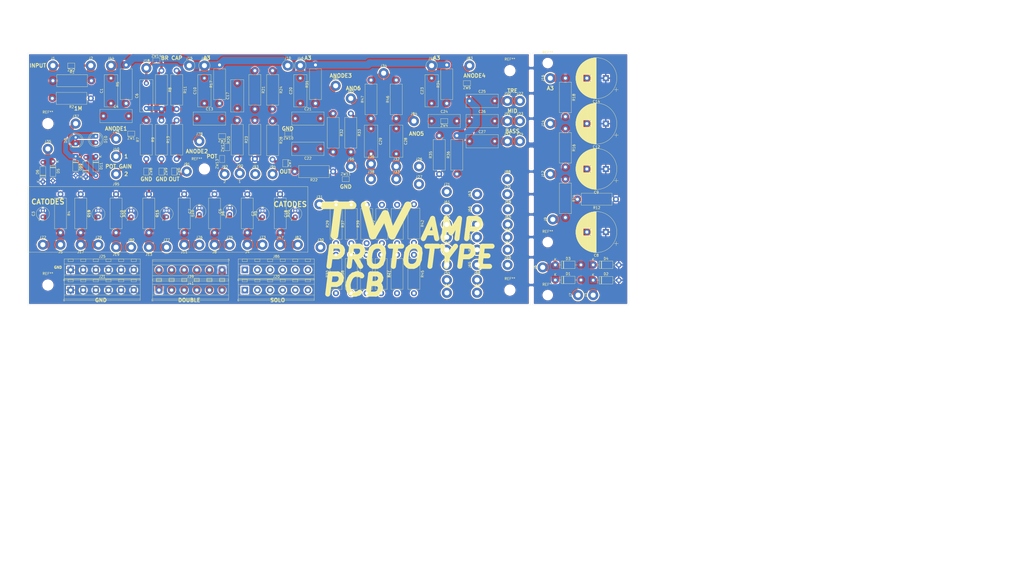
<source format=kicad_pcb>
(kicad_pcb (version 20171130) (host pcbnew "(5.1.10)-1")
  (layers (0 F.Cu signal) (31 B.Cu signal) (34 B.Paste user) (35 F.Paste user) (36 B.SilkS user) (37 F.SilkS user) (38 B.Mask user) (39 F.Mask user) (44 Edge.Cuts user))
  (net 0 "")
  (net 1 "Net-(D1-Pad2)")
  (net 2 "Net-(D1-Pad1)")
  (net 3 GND)
  (net 4 "Net-(D3-Pad2)")
  (net 5 "Net-(D5-Pad1)")
  (net 6 "Net-(D10-Pad1)")
  (net 7 "Net-(D10-Pad2)")
  (net 8 "Net-(D11-Pad1)")
  (net 9 "Net-(J1-Pad1)")
  (net 10 "Net-(J2-Pad1)")
  (net 11 "Net-(C8-Pad2)")
  (net 12 "Net-(C9-Pad2)")
  (net 13 "Net-(C12-Pad2)")
  (net 14 "Net-(C14-Pad2)")
  (net 15 "Net-(C25-Pad2)")
  (net 16 "Net-(C26-Pad2)")
  (net 17 "Net-(C27-Pad2)")
  (net 18 "Net-(J26-Pad1)")
  (net 19 "Net-(J27-Pad1)")
  (net 20 "Net-(J30-Pad1)")
  (net 21 "Net-(J31-Pad1)")
  (net 22 "Net-(J34-Pad1)")
  (net 23 "Net-(J39-Pad6)")
  (net 24 "Net-(J39-Pad5)")
  (net 25 "Net-(J39-Pad4)")
  (net 26 "Net-(J39-Pad3)")
  (net 27 "Net-(J39-Pad2)")
  (net 28 "Net-(J39-Pad1)")
  (net 29 "Net-(C2-Pad1)")
  (net 30 "Net-(C3-Pad1)")
  (net 31 "Net-(C1-Pad2)")
  (net 32 "Net-(C1-Pad1)")
  (net 33 "Net-(C5-Pad1)")
  (net 34 "Net-(C4-Pad2)")
  (net 35 "Net-(C6-Pad1)")
  (net 36 "Net-(C6-Pad2)")
  (net 37 "Net-(C7-Pad1)")
  (net 38 "Net-(R11-Pad1)")
  (net 39 "Net-(R13-Pad2)")
  (net 40 "Net-(C11-Pad1)")
  (net 41 "Net-(C10-Pad1)")
  (net 42 "Net-(C15-Pad1)")
  (net 43 "Net-(C13-Pad2)")
  (net 44 "Net-(C17-Pad1)")
  (net 45 "Net-(R24-Pad1)")
  (net 46 "Net-(C18-Pad1)")
  (net 47 "Net-(C19-Pad1)")
  (net 48 "Net-(R28-Pad2)")
  (net 49 "Net-(R29-Pad1)")
  (net 50 "Net-(R30-Pad2)")
  (net 51 "Net-(C20-Pad1)")
  (net 52 "Net-(C22-Pad1)")
  (net 53 "Net-(C21-Pad2)")
  (net 54 "Net-(C23-Pad1)")
  (net 55 "Net-(C24-Pad2)")
  (net 56 "Net-(C26-Pad1)")
  (net 57 "Net-(R37-Pad2)")
  (net 58 "Net-(R38-Pad2)")
  (net 59 "Net-(R41-Pad2)")
  (net 60 "Net-(R43-Pad2)")
  (net 61 "Net-(R44-Pad2)")
  (net 62 "Net-(J42-Pad1)")
  (net 63 "Net-(J43-Pad1)")
  (net 64 "Net-(C17-Pad2)")
  (net 65 "Net-(C25-Pad1)")
  (net 66 "Net-(C28-Pad1)")
  (net 67 "Net-(J49-Pad1)")
  (net 68 "Net-(C28-Pad2)")
  (net 69 "Net-(C29-Pad2)")
  (net 70 "Net-(C29-Pad1)")
  (net 71 "Net-(R27-Pad2)")
  (net 72 "Net-(R27-Pad1)")
  (net 73 "Net-(R29-Pad2)")
  (net 74 "Net-(R30-Pad1)")
  (net 75 "Net-(R37-Pad1)")
  (net 76 "Net-(R38-Pad1)")
  (net 77 "Net-(R39-Pad2)")
  (net 78 "Net-(R39-Pad1)")
  (net 79 "Net-(R40-Pad2)")
  (net 80 "Net-(R40-Pad1)")
  (net 81 "Net-(R41-Pad1)")
  (net 82 "Net-(R42-Pad2)")
  (net 83 "Net-(R42-Pad1)")
  (net 84 "Net-(R43-Pad1)")
  (net 85 "Net-(R44-Pad1)")
  (net 86 "Net-(R45-Pad2)")
  (net 87 "Net-(R45-Pad1)")
  (net 88 "Net-(J53-Pad1)")
  (net 89 "Net-(J54-Pad1)")
  (net 90 "Net-(J55-Pad1)")
  (net 91 "Net-(J56-Pad1)")
  (net 92 "Net-(J57-Pad1)")
  (net 93 "Net-(J58-Pad1)")
  (net 94 "Net-(J59-Pad1)")
  (net 95 "Net-(J60-Pad1)")
  (net 96 "Net-(J61-Pad1)")
  (net 97 "Net-(J62-Pad1)")
  (net 98 "Net-(J63-Pad1)")
  (net 99 "Net-(J64-Pad1)")
  (net 100 "Net-(J65-Pad1)")
  (net 101 "Net-(J66-Pad1)")
  (net 102 "Net-(J67-Pad1)")
  (net 103 "Net-(J68-Pad1)")
  (net 104 "Net-(J69-Pad1)")
  (net 105 "Net-(J70-Pad1)")
  (net 106 "Net-(J71-Pad1)")
  (net 107 "Net-(J20-Pad6)")
  (net 108 "Net-(J20-Pad5)")
  (net 109 "Net-(J20-Pad4)")
  (net 110 "Net-(J20-Pad3)")
  (net 111 "Net-(J20-Pad2)")
  (net 112 "Net-(J20-Pad1)")
  (net 113 "Net-(J86-Pad6)")
  (net 114 "Net-(J86-Pad5)")
  (net 115 "Net-(J86-Pad4)")
  (net 116 "Net-(J86-Pad3)")
  (net 117 "Net-(J86-Pad2)")
  (net 118 "Net-(J86-Pad1)")
  (net 119 "Net-(J88-Pad1)")
  (net 120 "Net-(J90-Pad1)")
  (net 121 "Net-(J91-Pad1)")
  (net 122 "Net-(J92-Pad1)")
  (net 123 "Net-(J93-Pad1)")
  (net 124 "Net-(J94-Pad1)")
  (net 125 "Net-(R7-Pad1)")
  (net 126 "Net-(R9-Pad1)")
  (net 127 "Net-(R20-Pad1)")
  (net 128 "Net-(R33-Pad1)")
  (net 129 "Net-(J95-Pad1)")
  (module Jumper:SolderJumper-2_P1.3mm_Open_TrianglePad1.0x1.5mm (layer F.Cu) (at 84 16)
    (fp_text reference ZW14 (at 0 -1.8) (layer F.SilkS))
    (fp_text value R)
    (pad 1 smd custom (at -0.725 0) (size 0.3 0.3) (layers F.Cu F.Mask) (net 36 "Net-(C6-Pad2)") (options (clearance outline) (anchor rect)) (primitives (gr_poly (pts (xy -0.5 -0.75) (xy 0.5 -0.75) (xy 1 0) (xy 0.5 0.75) (xy -0.5 0.75)) (width 0))))
    (pad 2 smd custom (at 0.725 0) (size 0.3 0.3) (layers F.Cu F.Mask) (net 129 "Net-(J95-Pad1)") (options (clearance outline) (anchor rect)) (primitives (gr_poly (pts (xy -0.65 -0.75) (xy 0.5 -0.75) (xy 0.5 0.75) (xy -0.65 0.75) (xy -0.15 0)) (width 0))))
  )
  (module TestPoint:TestPoint_THTPad_D4.0mm_Drill2.0mm (layer F.Cu) (at 80 19)
    (fp_text reference J18 (at 0 -2.898) (layer F.SilkS))
    (fp_text value Conn_01x01_Male)
    (pad 1 thru_hole circle (at 0 0) (size 4 4) (drill 2) (layers *.Cu *.Mask) (net 36 "Net-(C6-Pad2)"))
  )
  (module TestPoint:TestPoint_THTPad_D4.0mm_Drill2.0mm (layer F.Cu) (at 68 54)
    (fp_text reference J40 (at 0 -2.898) (layer F.SilkS))
    (fp_text value Conn_01x01_Male)
    (pad 1 thru_hole circle (at 0 0) (size 4 4) (drill 2) (layers *.Cu *.Mask) (net 34 "Net-(C4-Pad2)"))
  )
  (module TestPoint:TestPoint_THTPad_D4.0mm_Drill2.0mm (layer F.Cu) (at 228 48)
    (fp_text reference J24 (at 0 -2.898) (layer F.SilkS))
    (fp_text value Bass)
    (pad 1 thru_hole circle (at 0 0) (size 4 4) (drill 2) (layers *.Cu *.Mask) (net 17 "Net-(C27-Pad2)"))
  )
  (module TestPoint:TestPoint_THTPad_D4.0mm_Drill2.0mm (layer F.Cu) (at 228 40)
    (fp_text reference J23 (at 0 -2.898) (layer F.SilkS))
    (fp_text value MID)
    (pad 1 thru_hole circle (at 0 0) (size 4 4) (drill 2) (layers *.Cu *.Mask) (net 16 "Net-(C26-Pad2)"))
  )
  (module TestPoint:TestPoint_THTPad_D4.0mm_Drill2.0mm (layer F.Cu) (at 228 32)
    (fp_text reference J22 (at 0 -2.898) (layer F.SilkS))
    (fp_text value Treble)
    (pad 1 thru_hole circle (at 0 0) (size 4 4) (drill 2) (layers *.Cu *.Mask) (net 15 "Net-(C25-Pad2)"))
  )
  (module TestPoint:TestPoint_THTPad_D4.0mm_Drill2.0mm (layer F.Cu) (at 68 90 180)
    (fp_text reference J19 (at 0 -2.898) (layer F.SilkS))
    (fp_text value Conn_01x01_Male)
    (pad 1 thru_hole circle (at 0 0 180) (size 4 4) (drill 2) (layers *.Cu *.Mask) (net 47 "Net-(C19-Pad1)"))
  )
  (module TestPoint:TestPoint_THTPad_D4.0mm_Drill2.0mm (layer F.Cu) (at 54 89 180)
    (fp_text reference J17 (at 0 -2.898) (layer F.SilkS))
    (fp_text value Conn_01x01_Male)
    (pad 1 thru_hole circle (at 0 0 180) (size 4 4) (drill 2) (layers *.Cu *.Mask) (net 42 "Net-(C15-Pad1)"))
  )
  (module TestPoint:TestPoint_THTPad_D4.0mm_Drill2.0mm (layer F.Cu) (at 240 23 90)
    (fp_text reference J16 (at 0 -2.898 90) (layer F.SilkS))
    (fp_text value A3)
    (pad 1 thru_hole circle (at 0 0 90) (size 4 4) (drill 2) (layers *.Cu *.Mask) (net 14 "Net-(C14-Pad2)"))
  )
  (module TestPoint:TestPoint_THTPad_D4.0mm_Drill2.0mm (layer F.Cu) (at 97 18)
    (fp_text reference J15 (at 0 -2.898) (layer F.SilkS))
    (fp_text value A3)
    (pad 1 thru_hole circle (at 0 0) (size 4 4) (drill 2) (layers *.Cu *.Mask) (net 31 "Net-(C1-Pad2)"))
  )
  (module TestPoint:TestPoint_THTPad_D4.0mm_Drill2.0mm (layer F.Cu) (at 240 41 90)
    (fp_text reference J14 (at 0 -2.898 90) (layer F.SilkS))
    (fp_text value A2)
    (pad 1 thru_hole circle (at 0 0 90) (size 4 4) (drill 2) (layers *.Cu *.Mask) (net 13 "Net-(C12-Pad2)"))
  )
  (module TestPoint:TestPoint_THTPad_D4.0mm_Drill2.0mm (layer F.Cu) (at 81 90 180)
    (fp_text reference J13 (at 0 -2.898) (layer F.SilkS))
    (fp_text value Conn_01x01_Male)
    (pad 1 thru_hole circle (at 0 0 180) (size 4 4) (drill 2) (layers *.Cu *.Mask) (net 40 "Net-(C11-Pad1)"))
  )
  (module TestPoint:TestPoint_THTPad_D4.0mm_Drill2.0mm (layer F.Cu) (at 240 61 90)
    (fp_text reference J12 (at 0 -2.898 90) (layer F.SilkS))
    (fp_text value A1)
    (pad 1 thru_hole circle (at 0 0 90) (size 4 4) (drill 2) (layers *.Cu *.Mask) (net 12 "Net-(C9-Pad2)"))
  )
  (module TestPoint:TestPoint_THTPad_D4.0mm_Drill2.0mm (layer F.Cu) (at 95 89 180)
    (fp_text reference J11 (at 0 -2.898) (layer F.SilkS))
    (fp_text value Conn_01x01_Male)
    (pad 1 thru_hole circle (at 0 0 180) (size 4 4) (drill 2) (layers *.Cu *.Mask) (net 37 "Net-(C7-Pad1)"))
  )
  (module TestPoint:TestPoint_THTPad_D4.0mm_Drill2.0mm (layer F.Cu) (at 136 18)
    (fp_text reference J10 (at 0 -2.898) (layer F.SilkS))
    (fp_text value A3)
    (pad 1 thru_hole circle (at 0 0) (size 4 4) (drill 2) (layers *.Cu *.Mask) (net 31 "Net-(C1-Pad2)"))
  )
  (module TestPoint:TestPoint_THTPad_D4.0mm_Drill2.0mm (layer F.Cu) (at 241 79 90)
    (fp_text reference J9 (at 0 -2.898 90) (layer F.SilkS))
    (fp_text value "IN POWER")
    (pad 1 thru_hole circle (at 0 0 90) (size 4 4) (drill 2) (layers *.Cu *.Mask) (net 11 "Net-(C8-Pad2)"))
  )
  (module TestPoint:TestPoint_THTPad_D4.0mm_Drill2.0mm (layer F.Cu) (at 107 89 180)
    (fp_text reference J8 (at 0 -2.898) (layer F.SilkS))
    (fp_text value Conn_01x01_Male)
    (pad 1 thru_hole circle (at 0 0 180) (size 4 4) (drill 2) (layers *.Cu *.Mask) (net 33 "Net-(C5-Pad1)"))
  )
  (module TestPoint:TestPoint_THTPad_D4.0mm_Drill2.0mm (layer F.Cu) (at 251 109 90)
    (fp_text reference J7 (at 0 -2.898 90) (layer F.SilkS))
    (fp_text value AC)
    (pad 1 thru_hole circle (at 0 0 90) (size 4 4) (drill 2) (layers *.Cu *.Mask) (net 4 "Net-(D3-Pad2)"))
  )
  (module TestPoint:TestPoint_THTPad_D4.0mm_Drill2.0mm (layer F.Cu) (at 237 98 90)
    (fp_text reference J6 (at 0 -2.898 90) (layer F.SilkS))
    (fp_text value Conn_01x01_Male)
    (pad 1 thru_hole circle (at 0 0 90) (size 4 4) (drill 2) (layers *.Cu *.Mask) (net 2 "Net-(D1-Pad1)"))
  )
  (module TestPoint:TestPoint_THTPad_D4.0mm_Drill2.0mm (layer F.Cu) (at 46 89 180)
    (fp_text reference J5 (at 0 -2.898) (layer F.SilkS))
    (fp_text value Conn_01x01_Male)
    (pad 1 thru_hole circle (at 0 0 180) (size 4 4) (drill 2) (layers *.Cu *.Mask) (net 30 "Net-(C3-Pad1)"))
  )
  (module TestPoint:TestPoint_THTPad_D4.0mm_Drill2.0mm (layer F.Cu) (at 120 89 180)
    (fp_text reference J4 (at 0 -2.898) (layer F.SilkS))
    (fp_text value Conn_01x01_Male)
    (pad 1 thru_hole circle (at 0 0 180) (size 4 4) (drill 2) (layers *.Cu *.Mask) (net 29 "Net-(C2-Pad1)"))
  )
  (module TestPoint:TestPoint_THTPad_D4.0mm_Drill2.0mm (layer F.Cu) (at 257 109 90)
    (fp_text reference J3 (at 0 -2.898 90) (layer F.SilkS))
    (fp_text value AC)
    (pad 1 thru_hole circle (at 0 0 90) (size 4 4) (drill 2) (layers *.Cu *.Mask) (net 1 "Net-(D1-Pad2)"))
  )
  (module TestPoint:TestPoint_THTPad_D4.0mm_Drill2.0mm (layer F.Cu) (at 58 18)
    (fp_text reference J2 (at 0 -2.898) (layer F.SilkS))
    (fp_text value INPUT2)
    (pad 1 thru_hole circle (at 0 0) (size 4 4) (drill 2) (layers *.Cu *.Mask) (net 10 "Net-(J2-Pad1)"))
  )
  (module TestPoint:TestPoint_THTPad_D4.0mm_Drill2.0mm (layer F.Cu) (at 43 18)
    (fp_text reference J1 (at 0 -2.898) (layer F.SilkS))
    (fp_text value INPUT)
    (pad 1 thru_hole circle (at 0 0) (size 4 4) (drill 2) (layers *.Cu *.Mask) (net 9 "Net-(J1-Pad1)"))
  )
  (module Jumper:SolderJumper-2_P1.3mm_Open_TrianglePad1.0x1.5mm (layer F.Cu) (at 110 55 90)
    (fp_text reference ZW13 (at -2 -2 90) (layer F.SilkS))
    (fp_text value R)
    (pad 1 smd custom (at -0.725 0 90) (size 0.3 0.3) (layers F.Cu F.Mask) (net 122 "Net-(J92-Pad1)") (options (clearance outline) (anchor rect)) (primitives (gr_poly (pts (xy -0.5 -0.75) (xy 0.5 -0.75) (xy 1 0) (xy 0.5 0.75) (xy -0.5 0.75)) (width 0))))
    (pad 2 smd custom (at 0.725 0 90) (size 0.3 0.3) (layers F.Cu F.Mask) (net 64 "Net-(C17-Pad2)") (options (clearance outline) (anchor rect)) (primitives (gr_poly (pts (xy -0.65 -0.75) (xy 0.5 -0.75) (xy 0.5 0.75) (xy -0.65 0.75) (xy -0.15 0)) (width 0))))
  )
  (module Jumper:SolderJumper-2_P1.3mm_Open_TrianglePad1.0x1.5mm (layer F.Cu) (at 112 50.275 90)
    (fp_text reference ZW12 (at 0 -1.8 90) (layer F.SilkS))
    (fp_text value R)
    (pad 1 smd custom (at -0.725 0 90) (size 0.3 0.3) (layers F.Cu F.Mask) (net 120 "Net-(J90-Pad1)") (options (clearance outline) (anchor rect)) (primitives (gr_poly (pts (xy -0.5 -0.75) (xy 0.5 -0.75) (xy 1 0) (xy 0.5 0.75) (xy -0.5 0.75)) (width 0))))
    (pad 2 smd custom (at 0.725 0 90) (size 0.3 0.3) (layers F.Cu F.Mask) (net 43 "Net-(C13-Pad2)") (options (clearance outline) (anchor rect)) (primitives (gr_poly (pts (xy -0.65 -0.75) (xy 0.5 -0.75) (xy 0.5 0.75) (xy -0.65 0.75) (xy -0.15 0)) (width 0))))
  )
  (module TestPoint:TestPoint_THTPad_D4.0mm_Drill2.0mm (layer F.Cu) (at 161 58)
    (fp_text reference J96 (at 0 -2.898) (layer F.SilkS))
    (fp_text value Conn_01x01_Male)
    (pad 1 thru_hole circle (at 0 0) (size 4 4) (drill 2) (layers *.Cu *.Mask) (net 52 "Net-(C22-Pad1)"))
  )
  (module TestPoint:TestPoint_THTPad_D4.0mm_Drill2.0mm (layer F.Cu) (at 68 61)
    (fp_text reference J95 (at 0 4) (layer F.SilkS))
    (fp_text value Conn_01x01_Male)
    (pad 1 thru_hole circle (at 0 0) (size 4 4) (drill 2) (layers *.Cu *.Mask) (net 129 "Net-(J95-Pad1)"))
  )
  (module TestPoint:TestPoint_THTPad_D4.0mm_Drill2.0mm (layer F.Cu) (at 130 61)
    (fp_text reference J94 (at 0 -2.898) (layer F.SilkS))
    (fp_text value Conn_01x01_Male)
    (pad 1 thru_hole circle (at 0 0) (size 4 4) (drill 2) (layers *.Cu *.Mask) (net 124 "Net-(J94-Pad1)"))
  )
  (module TestPoint:TestPoint_THTPad_D4.0mm_Drill2.0mm (layer F.Cu) (at 123.15 61)
    (fp_text reference J93 (at 0 -2.898) (layer F.SilkS))
    (fp_text value Conn_01x01_Male)
    (pad 1 thru_hole circle (at 0 0) (size 4 4) (drill 2) (layers *.Cu *.Mask) (net 123 "Net-(J93-Pad1)"))
  )
  (module TestPoint:TestPoint_THTPad_D4.0mm_Drill2.0mm (layer F.Cu) (at 111 61)
    (fp_text reference J92 (at 0 -2.898) (layer F.SilkS))
    (fp_text value Conn_01x01_Male)
    (pad 1 thru_hole circle (at 0 0) (size 4 4) (drill 2) (layers *.Cu *.Mask) (net 122 "Net-(J92-Pad1)"))
  )
  (module TestPoint:TestPoint_THTPad_D4.0mm_Drill2.0mm (layer F.Cu) (at 96 60)
    (fp_text reference J91 (at 0 -2.898) (layer F.SilkS))
    (fp_text value Conn_01x01_Male)
    (pad 1 thru_hole circle (at 0 0) (size 4 4) (drill 2) (layers *.Cu *.Mask) (net 121 "Net-(J91-Pad1)"))
  )
  (module TestPoint:TestPoint_THTPad_D4.0mm_Drill2.0mm (layer F.Cu) (at 117 60.69)
    (fp_text reference J90 (at 0 -2.898) (layer F.SilkS))
    (fp_text value Conn_01x01_Male)
    (pad 1 thru_hole circle (at 0 0) (size 4 4) (drill 2) (layers *.Cu *.Mask) (net 120 "Net-(J90-Pad1)"))
  )
  (module TestPoint:TestPoint_THTPad_D4.0mm_Drill2.0mm (layer F.Cu) (at 223 63)
    (fp_text reference J88 (at 0 -2.898) (layer F.SilkS))
    (fp_text value Conn_01x01_Male)
    (pad 1 thru_hole circle (at 0 0) (size 4 4) (drill 2) (layers *.Cu *.Mask) (net 119 "Net-(J88-Pad1)"))
  )
  (module TestPoint:TestPoint_THTPad_D4.0mm_Drill2.0mm (layer F.Cu) (at 161 31)
    (fp_text reference J85 (at 0 -2.898) (layer F.SilkS))
    (fp_text value Conn_01x01_Male)
    (pad 1 thru_hole circle (at 0 0) (size 4 4) (drill 2) (layers *.Cu *.Mask) (net 70 "Net-(C29-Pad1)"))
  )
  (module TestPoint:TestPoint_THTPad_D4.0mm_Drill2.0mm (layer F.Cu) (at 186 40)
    (fp_text reference J84 (at 0 -2.898) (layer F.SilkS))
    (fp_text value Conn_01x01_Male)
    (pad 1 thru_hole circle (at 0 0) (size 4 4) (drill 2) (layers *.Cu *.Mask) (net 66 "Net-(C28-Pad1)"))
  )
  (module TestPoint:TestPoint_THTPad_D4.0mm_Drill2.0mm (layer F.Cu) (at 208 18)
    (fp_text reference J83 (at 0 -2.898) (layer F.SilkS))
    (fp_text value Conn_01x01_Male)
    (pad 1 thru_hole circle (at 0 0) (size 4 4) (drill 2) (layers *.Cu *.Mask) (net 54 "Net-(C23-Pad1)"))
  )
  (module TestPoint:TestPoint_THTPad_D4.0mm_Drill2.0mm (layer F.Cu) (at 140 89)
    (fp_text reference J82 (at 0 -2.898) (layer F.SilkS))
    (fp_text value Conn_01x01_Male)
    (pad 1 thru_hole circle (at 0 0) (size 4 4) (drill 2) (layers *.Cu *.Mask) (net 46 "Net-(C18-Pad1)"))
  )
  (module TestPoint:TestPoint_THTPad_D4.0mm_Drill2.0mm (layer F.Cu) (at 155 26)
    (fp_text reference J81 (at 0 -2.898) (layer F.SilkS))
    (fp_text value Conn_01x01_Male)
    (pad 1 thru_hole circle (at 0 0) (size 4 4) (drill 2) (layers *.Cu *.Mask) (net 51 "Net-(C20-Pad1)"))
  )
  (module TestPoint:TestPoint_THTPad_D4.0mm_Drill2.0mm (layer F.Cu) (at 74 90)
    (fp_text reference J80 (at 0 -2.898) (layer F.SilkS))
    (fp_text value Conn_01x01_Male)
    (pad 1 thru_hole circle (at 0 0) (size 4 4) (drill 2) (layers *.Cu *.Mask) (net 47 "Net-(C19-Pad1)"))
  )
  (module TestPoint:TestPoint_THTPad_D4.0mm_Drill2.0mm (layer F.Cu) (at 61 89)
    (fp_text reference J79 (at 0 -2.898) (layer F.SilkS))
    (fp_text value Conn_01x01_Male)
    (pad 1 thru_hole circle (at 0 0) (size 4 4) (drill 2) (layers *.Cu *.Mask) (net 42 "Net-(C15-Pad1)"))
  )
  (module TestPoint:TestPoint_THTPad_D4.0mm_Drill2.0mm (layer F.Cu) (at 101 48)
    (fp_text reference J78 (at 0 -2.898) (layer F.SilkS))
    (fp_text value Conn_01x01_Male)
    (pad 1 thru_hole circle (at 0 0) (size 4 4) (drill 2) (layers *.Cu *.Mask) (net 41 "Net-(C10-Pad1)"))
  )
  (module TestPoint:TestPoint_THTPad_D4.0mm_Drill2.0mm (layer F.Cu) (at 88 90)
    (fp_text reference J77 (at 0 -2.898) (layer F.SilkS))
    (fp_text value Conn_01x01_Male)
    (pad 1 thru_hole circle (at 0 0) (size 4 4) (drill 2) (layers *.Cu *.Mask) (net 40 "Net-(C11-Pad1)"))
  )
  (module TestPoint:TestPoint_THTPad_D4.0mm_Drill2.0mm (layer F.Cu) (at 101 89)
    (fp_text reference J76 (at 0 -2.898) (layer F.SilkS))
    (fp_text value Conn_01x01_Male)
    (pad 1 thru_hole circle (at 0 0) (size 4 4) (drill 2) (layers *.Cu *.Mask) (net 37 "Net-(C7-Pad1)"))
  )
  (module TestPoint:TestPoint_THTPad_D4.0mm_Drill2.0mm (layer F.Cu) (at 113 89)
    (fp_text reference J75 (at 0 -2.898) (layer F.SilkS))
    (fp_text value Conn_01x01_Male)
    (pad 1 thru_hole circle (at 0 0) (size 4 4) (drill 2) (layers *.Cu *.Mask) (net 33 "Net-(C5-Pad1)"))
  )
  (module TestPoint:TestPoint_THTPad_D4.0mm_Drill2.0mm (layer F.Cu) (at 68 47)
    (fp_text reference J74 (at 0 -2.898) (layer F.SilkS))
    (fp_text value Conn_01x01_Male)
    (pad 1 thru_hole circle (at 0 0) (size 4 4) (drill 2) (layers *.Cu *.Mask) (net 32 "Net-(C1-Pad1)"))
  )
  (module TestPoint:TestPoint_THTPad_D4.0mm_Drill2.0mm (layer F.Cu) (at 126 89)
    (fp_text reference J73 (at 0 -2.898) (layer F.SilkS))
    (fp_text value Conn_01x01_Male)
    (pad 1 thru_hole circle (at 0 0) (size 4 4) (drill 2) (layers *.Cu *.Mask) (net 29 "Net-(C2-Pad1)"))
  )
  (module TestPoint:TestPoint_THTPad_D4.0mm_Drill2.0mm (layer F.Cu) (at 39 89)
    (fp_text reference J72 (at 0 -2.898) (layer F.SilkS))
    (fp_text value Conn_01x01_Male)
    (pad 1 thru_hole circle (at 0 0) (size 4 4) (drill 2) (layers *.Cu *.Mask) (net 30 "Net-(C3-Pad1)"))
  )
  (module TestPoint:TestPoint_THTPad_D4.0mm_Drill2.0mm (layer F.Cu) (at 199 68)
    (fp_text reference J71 (at 0 -2.898) (layer F.SilkS))
    (fp_text value Conn_01x01_Male)
    (pad 1 thru_hole circle (at 0 0) (size 4 4) (drill 2) (layers *.Cu *.Mask) (net 106 "Net-(J71-Pad1)"))
  )
  (module TestPoint:TestPoint_THTPad_D4.0mm_Drill2.0mm (layer F.Cu) (at 223 69)
    (fp_text reference J70 (at 0 -2.898) (layer F.SilkS))
    (fp_text value Conn_01x01_Male)
    (pad 1 thru_hole circle (at 0 0) (size 4 4) (drill 2) (layers *.Cu *.Mask) (net 105 "Net-(J70-Pad1)"))
  )
  (module TestPoint:TestPoint_THTPad_D4.0mm_Drill2.0mm (layer F.Cu) (at 211 108.05)
    (fp_text reference J69 (at 0 -2.898) (layer F.SilkS))
    (fp_text value Conn_01x01_Male)
    (pad 1 thru_hole circle (at 0 0) (size 4 4) (drill 2) (layers *.Cu *.Mask) (net 104 "Net-(J69-Pad1)"))
  )
  (module TestPoint:TestPoint_THTPad_D4.0mm_Drill2.0mm (layer F.Cu) (at 211 103)
    (fp_text reference J68 (at 0 -2.898) (layer F.SilkS))
    (fp_text value Conn_01x01_Male)
    (pad 1 thru_hole circle (at 0 0) (size 4 4) (drill 2) (layers *.Cu *.Mask) (net 103 "Net-(J68-Pad1)"))
  )
  (module TestPoint:TestPoint_THTPad_D4.0mm_Drill2.0mm (layer F.Cu) (at 211.05 91 90)
    (fp_text reference J67 (at 0 -2.898 90) (layer F.SilkS))
    (fp_text value Conn_01x01_Male)
    (pad 1 thru_hole circle (at 0 0 90) (size 4 4) (drill 2) (layers *.Cu *.Mask) (net 102 "Net-(J67-Pad1)"))
  )
  (module TestPoint:TestPoint_THTPad_D4.0mm_Drill2.0mm (layer F.Cu) (at 211 75 90)
    (fp_text reference J66 (at 0 -2.898 90) (layer F.SilkS))
    (fp_text value Conn_01x01_Male)
    (pad 1 thru_hole circle (at 0 0 90) (size 4 4) (drill 2) (layers *.Cu *.Mask) (net 101 "Net-(J66-Pad1)"))
  )
  (module TestPoint:TestPoint_THTPad_D4.0mm_Drill2.0mm (layer F.Cu) (at 211 97 90)
    (fp_text reference J65 (at 0 -2.898 90) (layer F.SilkS))
    (fp_text value Conn_01x01_Male)
    (pad 1 thru_hole circle (at 0 0 90) (size 4 4) (drill 2) (layers *.Cu *.Mask) (net 100 "Net-(J65-Pad1)"))
  )
  (module TestPoint:TestPoint_THTPad_D4.0mm_Drill2.0mm (layer F.Cu) (at 211 81 90)
    (fp_text reference J64 (at 0 -2.898 90) (layer F.SilkS))
    (fp_text value Conn_01x01_Male)
    (pad 1 thru_hole circle (at 0 0 90) (size 4 4) (drill 2) (layers *.Cu *.Mask) (net 99 "Net-(J64-Pad1)"))
  )
  (module TestPoint:TestPoint_THTPad_D4.0mm_Drill2.0mm (layer F.Cu) (at 211.05 69 90)
    (fp_text reference J63 (at 0 -2.898 90) (layer F.SilkS))
    (fp_text value Conn_01x01_Male)
    (pad 1 thru_hole circle (at 0 0 90) (size 4 4) (drill 2) (layers *.Cu *.Mask) (net 98 "Net-(J63-Pad1)"))
  )
  (module TestPoint:TestPoint_THTPad_D4.0mm_Drill2.0mm (layer F.Cu) (at 211 86 90)
    (fp_text reference J62 (at 0 -2.898 90) (layer F.SilkS))
    (fp_text value Conn_01x01_Male)
    (pad 1 thru_hole circle (at 0 0 90) (size 4 4) (drill 2) (layers *.Cu *.Mask) (net 97 "Net-(J62-Pad1)"))
  )
  (module TestPoint:TestPoint_THTPad_D4.0mm_Drill2.0mm (layer F.Cu) (at 199 75)
    (fp_text reference J61 (at 0 -2.898) (layer F.SilkS))
    (fp_text value Conn_01x01_Male)
    (pad 1 thru_hole circle (at 0 0) (size 4 4) (drill 2) (layers *.Cu *.Mask) (net 96 "Net-(J61-Pad1)"))
  )
  (module TestPoint:TestPoint_THTPad_D4.0mm_Drill2.0mm (layer F.Cu) (at 223.15 81)
    (fp_text reference J60 (at 0 -2.898) (layer F.SilkS))
    (fp_text value Conn_01x01_Male)
    (pad 1 thru_hole circle (at 0 0) (size 4 4) (drill 2) (layers *.Cu *.Mask) (net 95 "Net-(J60-Pad1)"))
  )
  (module TestPoint:TestPoint_THTPad_D4.0mm_Drill2.0mm (layer F.Cu) (at 223.1 97)
    (fp_text reference J59 (at 0 -2.898) (layer F.SilkS))
    (fp_text value Conn_01x01_Male)
    (pad 1 thru_hole circle (at 0 0) (size 4 4) (drill 2) (layers *.Cu *.Mask) (net 94 "Net-(J59-Pad1)"))
  )
  (module TestPoint:TestPoint_THTPad_D4.0mm_Drill2.0mm (layer F.Cu) (at 223.15 75)
    (fp_text reference J58 (at 0 -2.898) (layer F.SilkS))
    (fp_text value Conn_01x01_Male)
    (pad 1 thru_hole circle (at 0 0) (size 4 4) (drill 2) (layers *.Cu *.Mask) (net 93 "Net-(J58-Pad1)"))
  )
  (module TestPoint:TestPoint_THTPad_D4.0mm_Drill2.0mm (layer F.Cu) (at 223.1 91.05)
    (fp_text reference J57 (at 0 -2.898) (layer F.SilkS))
    (fp_text value Conn_01x01_Male)
    (pad 1 thru_hole circle (at 0 0) (size 4 4) (drill 2) (layers *.Cu *.Mask) (net 92 "Net-(J57-Pad1)"))
  )
  (module TestPoint:TestPoint_THTPad_D4.0mm_Drill2.0mm (layer F.Cu) (at 199.05 108.1)
    (fp_text reference J56 (at 0 -2.898) (layer F.SilkS))
    (fp_text value Conn_01x01_Male)
    (pad 1 thru_hole circle (at 0 0) (size 4 4) (drill 2) (layers *.Cu *.Mask) (net 91 "Net-(J56-Pad1)"))
  )
  (module TestPoint:TestPoint_THTPad_D4.0mm_Drill2.0mm (layer F.Cu) (at 223.1 86)
    (fp_text reference J55 (at 0 -2.898) (layer F.SilkS))
    (fp_text value Conn_01x01_Male)
    (pad 1 thru_hole circle (at 0 0) (size 4 4) (drill 2) (layers *.Cu *.Mask) (net 90 "Net-(J55-Pad1)"))
  )
  (module TestPoint:TestPoint_THTPad_D4.0mm_Drill2.0mm (layer F.Cu) (at 199.05 103.05)
    (fp_text reference J54 (at 0 -2.898) (layer F.SilkS))
    (fp_text value Conn_01x01_Male)
    (pad 1 thru_hole circle (at 0 0) (size 4 4) (drill 2) (layers *.Cu *.Mask) (net 89 "Net-(J54-Pad1)"))
  )
  (module TestPoint:TestPoint_THTPad_D4.0mm_Drill2.0mm (layer F.Cu) (at 199 91.1)
    (fp_text reference J53 (at 0 -2.898) (layer F.SilkS))
    (fp_text value Conn_01x01_Male)
    (pad 1 thru_hole circle (at 0 0) (size 4 4) (drill 2) (layers *.Cu *.Mask) (net 88 "Net-(J53-Pad1)"))
  )
  (module TestPoint:TestPoint_THTPad_D4.0mm_Drill2.0mm (layer F.Cu) (at 223 48)
    (fp_text reference J52 (at 0 -2.898) (layer F.SilkS))
    (fp_text value Conn_01x01_Male)
    (pad 1 thru_hole circle (at 0 0) (size 4 4) (drill 2) (layers *.Cu *.Mask) (net 17 "Net-(C27-Pad2)"))
  )
  (module TestPoint:TestPoint_THTPad_D4.0mm_Drill2.0mm (layer F.Cu) (at 223 40)
    (fp_text reference J51 (at 0 -2.898) (layer F.SilkS))
    (fp_text value Conn_01x01_Male)
    (pad 1 thru_hole circle (at 0 0) (size 4 4) (drill 2) (layers *.Cu *.Mask) (net 16 "Net-(C26-Pad2)"))
  )
  (module TestPoint:TestPoint_THTPad_D4.0mm_Drill2.0mm (layer F.Cu) (at 223 32)
    (fp_text reference J50 (at 0 -2.898) (layer F.SilkS))
    (fp_text value Conn_01x01_Male)
    (pad 1 thru_hole circle (at 0 0) (size 4 4) (drill 2) (layers *.Cu *.Mask) (net 15 "Net-(C25-Pad2)"))
  )
  (module TestPoint:TestPoint_THTPad_D4.0mm_Drill2.0mm (layer F.Cu) (at 199.05 97)
    (fp_text reference J49 (at 0 -2.898) (layer F.SilkS))
    (fp_text value Conn_01x01_Male)
    (pad 1 thru_hole circle (at 0 0) (size 4 4) (drill 2) (layers *.Cu *.Mask) (net 67 "Net-(J49-Pad1)"))
  )
  (module TestPoint:TestPoint_THTPad_D4.0mm_Drill2.0mm (layer F.Cu) (at 193 18)
    (fp_text reference J48 (at 0 -2.898) (layer F.SilkS))
    (fp_text value Conn_01x01_Male)
    (pad 1 thru_hole circle (at 0 0) (size 4 4) (drill 2) (layers *.Cu *.Mask) (net 31 "Net-(C1-Pad2)"))
  )
  (module TestPoint:TestPoint_THTPad_D4.0mm_Drill2.0mm (layer F.Cu) (at 133 89)
    (fp_text reference J47 (at 0 -2.898) (layer F.SilkS))
    (fp_text value Conn_01x01_Male)
    (pad 1 thru_hole circle (at 0 0) (size 4 4) (drill 2) (layers *.Cu *.Mask) (net 46 "Net-(C18-Pad1)"))
  )
  (module TestPoint:TestPoint_THTPad_D4.0mm_Drill2.0mm (layer F.Cu) (at 141 18)
    (fp_text reference J46 (at 0 -2.898) (layer F.SilkS))
    (fp_text value Conn_01x01_Male)
    (pad 1 thru_hole circle (at 0 0) (size 4 4) (drill 2) (layers *.Cu *.Mask) (net 31 "Net-(C1-Pad2)"))
  )
  (module TestPoint:TestPoint_THTPad_D4.0mm_Drill2.0mm (layer F.Cu) (at 103 18)
    (fp_text reference J45 (at 0 -2.898) (layer F.SilkS))
    (fp_text value Conn_01x01_Male)
    (pad 1 thru_hole circle (at 0 0) (size 4 4) (drill 2) (layers *.Cu *.Mask) (net 31 "Net-(C1-Pad2)"))
  )
  (module TestPoint:TestPoint_THTPad_D4.0mm_Drill2.0mm (layer F.Cu) (at 66 18)
    (fp_text reference J44 (at 0 -2.898) (layer F.SilkS))
    (fp_text value Conn_01x01_Male)
    (pad 1 thru_hole circle (at 0 0) (size 4 4) (drill 2) (layers *.Cu *.Mask) (net 31 "Net-(C1-Pad2)"))
  )
  (module TestPoint:TestPoint_THTPad_D4.0mm_Drill2.0mm (layer F.Cu) (at 199 86.05)
    (fp_text reference J43 (at 0 -2.898) (layer F.SilkS))
    (fp_text value Conn_01x01_Male)
    (pad 1 thru_hole circle (at 0 0) (size 4 4) (drill 2) (layers *.Cu *.Mask) (net 63 "Net-(J43-Pad1)"))
  )
  (module TestPoint:TestPoint_THTPad_D4.0mm_Drill2.0mm (layer F.Cu) (at 199 81)
    (fp_text reference J42 (at 0 -2.898) (layer F.SilkS))
    (fp_text value Conn_01x01_Male)
    (pad 1 thru_hole circle (at 0 0) (size 4 4) (drill 2) (layers *.Cu *.Mask) (net 62 "Net-(J42-Pad1)"))
  )
  (module TestPoint:TestPoint_THTPad_D4.0mm_Drill2.0mm (layer F.Cu) (at 169 63)
    (fp_text reference J38 (at 0 -2.898) (layer F.SilkS))
    (fp_text value Conn_01x01_Male)
    (pad 1 thru_hole circle (at 0 0) (size 4 4) (drill 2) (layers *.Cu *.Mask) (net 69 "Net-(C29-Pad2)"))
  )
  (module TestPoint:TestPoint_THTPad_D4.0mm_Drill2.0mm (layer F.Cu) (at 52 41)
    (fp_text reference J37 (at 0 -2.898) (layer F.SilkS))
    (fp_text value Conn_01x01_Male)
    (pad 1 thru_hole circle (at 0 0) (size 4 4) (drill 2) (layers *.Cu *.Mask) (net 7 "Net-(D10-Pad2)"))
  )
  (module TestPoint:TestPoint_THTPad_D4.0mm_Drill2.0mm (layer F.Cu) (at 169 57)
    (fp_text reference J36 (at 0 -2.898) (layer F.SilkS))
    (fp_text value Conn_01x01_Male)
    (pad 1 thru_hole circle (at 0 0) (size 4 4) (drill 2) (layers *.Cu *.Mask) (net 69 "Net-(C29-Pad2)"))
  )
  (module TestPoint:TestPoint_THTPad_D4.0mm_Drill2.0mm (layer F.Cu) (at 41 51)
    (fp_text reference J35 (at 0 -2.898) (layer F.SilkS))
    (fp_text value Conn_01x01_Male)
    (pad 1 thru_hole circle (at 0 0) (size 4 4) (drill 2) (layers *.Cu *.Mask) (net 5 "Net-(D5-Pad1)"))
  )
  (module TestPoint:TestPoint_THTPad_D4.0mm_Drill2.0mm (layer F.Cu) (at 174 21)
    (fp_text reference J34 (at 0 -2.898) (layer F.SilkS))
    (fp_text value Conn_01x01_Male)
    (pad 1 thru_hole circle (at 0 0) (size 4 4) (drill 2) (layers *.Cu *.Mask) (net 22 "Net-(J34-Pad1)"))
  )
  (module TestPoint:TestPoint_THTPad_D4.0mm_Drill2.0mm (layer F.Cu) (at 179 63)
    (fp_text reference J33 (at 0 -2.898) (layer F.SilkS))
    (fp_text value Conn_01x01_Male)
    (pad 1 thru_hole circle (at 0 0) (size 4 4) (drill 2) (layers *.Cu *.Mask) (net 68 "Net-(C28-Pad2)"))
  )
  (module TestPoint:TestPoint_THTPad_D4.0mm_Drill2.0mm (layer F.Cu) (at 179 58)
    (fp_text reference J32 (at 0 -2.898) (layer F.SilkS))
    (fp_text value Conn_01x01_Male)
    (pad 1 thru_hole circle (at 0 0) (size 4 4) (drill 2) (layers *.Cu *.Mask) (net 68 "Net-(C28-Pad2)"))
  )
  (module TestPoint:TestPoint_THTPad_D4.0mm_Drill2.0mm (layer F.Cu) (at 148.55 73)
    (fp_text reference J31 (at 0 -2.898) (layer F.SilkS))
    (fp_text value Conn_01x01_Male)
    (pad 1 thru_hole circle (at 0 0) (size 4 4) (drill 2) (layers *.Cu *.Mask) (net 21 "Net-(J31-Pad1)"))
  )
  (module TestPoint:TestPoint_THTPad_D4.0mm_Drill2.0mm (layer F.Cu) (at 149 90)
    (fp_text reference J30 (at 0 -2.898) (layer F.SilkS))
    (fp_text value Conn_01x01_Male)
    (pad 1 thru_hole circle (at 0 0) (size 4 4) (drill 2) (layers *.Cu *.Mask) (net 20 "Net-(J30-Pad1)"))
  )
  (module TestPoint:TestPoint_THTPad_D4.0mm_Drill2.0mm (layer F.Cu) (at 188 65)
    (fp_text reference J27 (at 0 -2.898) (layer F.SilkS))
    (fp_text value Conn_01x01_Male)
    (pad 1 thru_hole circle (at 0 0) (size 4 4) (drill 2) (layers *.Cu *.Mask) (net 19 "Net-(J27-Pad1)"))
  )
  (module TestPoint:TestPoint_THTPad_D4.0mm_Drill2.0mm (layer F.Cu) (at 188 58)
    (fp_text reference J26 (at 0 -2.898) (layer F.SilkS))
    (fp_text value Conn_01x01_Male)
    (pad 1 thru_hole circle (at 0 0) (size 4 4) (drill 2) (layers *.Cu *.Mask) (net 18 "Net-(J26-Pad1)"))
  )
  (module Jumper:SolderJumper-2_P1.3mm_Open_TrianglePad1.0x1.5mm (layer F.Cu) (at 159 63 180)
    (fp_text reference ZW11 (at 0 2) (layer F.SilkS))
    (fp_text value R)
    (pad 1 smd custom (at -0.725 0 180) (size 0.3 0.3) (layers F.Cu F.Mask) (net 128 "Net-(R33-Pad1)") (options (clearance outline) (anchor rect)) (primitives (gr_poly (pts (xy -0.5 -0.75) (xy 0.5 -0.75) (xy 1 0) (xy 0.5 0.75) (xy -0.5 0.75)) (width 0))))
    (pad 2 smd custom (at 0.725 0 180) (size 0.3 0.3) (layers F.Cu F.Mask) (net 3 GND) (options (clearance outline) (anchor rect)) (primitives (gr_poly (pts (xy -0.65 -0.75) (xy 0.5 -0.75) (xy 0.5 0.75) (xy -0.65 0.75) (xy -0.15 0)) (width 0))))
  )
  (module Jumper:SolderJumper-2_P1.3mm_Open_TrianglePad1.0x1.5mm (layer F.Cu) (at 136.275 45 180)
    (fp_text reference ZW10 (at 0 -1.8) (layer F.SilkS))
    (fp_text value R)
    (pad 1 smd custom (at -0.725 0 180) (size 0.3 0.3) (layers F.Cu F.Mask) (net 127 "Net-(R20-Pad1)") (options (clearance outline) (anchor rect)) (primitives (gr_poly (pts (xy -0.5 -0.75) (xy 0.5 -0.75) (xy 1 0) (xy 0.5 0.75) (xy -0.5 0.75)) (width 0))))
    (pad 2 smd custom (at 0.725 0 180) (size 0.3 0.3) (layers F.Cu F.Mask) (net 3 GND) (options (clearance outline) (anchor rect)) (primitives (gr_poly (pts (xy -0.65 -0.75) (xy 0.5 -0.75) (xy 0.5 0.75) (xy -0.65 0.75) (xy -0.15 0)) (width 0))))
  )
  (module Jumper:SolderJumper-2_P1.3mm_Open_TrianglePad1.0x1.5mm (layer F.Cu) (at 86 60 270)
    (fp_text reference ZW9 (at 0 -1.8 90) (layer F.SilkS))
    (fp_text value R)
    (pad 1 smd custom (at -0.725 0 270) (size 0.3 0.3) (layers F.Cu F.Mask) (net 126 "Net-(R9-Pad1)") (options (clearance outline) (anchor rect)) (primitives (gr_poly (pts (xy -0.5 -0.75) (xy 0.5 -0.75) (xy 1 0) (xy 0.5 0.75) (xy -0.5 0.75)) (width 0))))
    (pad 2 smd custom (at 0.725 0 270) (size 0.3 0.3) (layers F.Cu F.Mask) (net 3 GND) (options (clearance outline) (anchor rect)) (primitives (gr_poly (pts (xy -0.65 -0.75) (xy 0.5 -0.75) (xy 0.5 0.75) (xy -0.65 0.75) (xy -0.15 0)) (width 0))))
  )
  (module Jumper:SolderJumper-2_P1.3mm_Open_TrianglePad1.0x1.5mm (layer F.Cu) (at 80 60 270)
    (fp_text reference ZW8 (at 0 -1.8 90) (layer F.SilkS))
    (fp_text value R)
    (pad 1 smd custom (at -0.725 0 270) (size 0.3 0.3) (layers F.Cu F.Mask) (net 125 "Net-(R7-Pad1)") (options (clearance outline) (anchor rect)) (primitives (gr_poly (pts (xy -0.5 -0.75) (xy 0.5 -0.75) (xy 1 0) (xy 0.5 0.75) (xy -0.5 0.75)) (width 0))))
    (pad 2 smd custom (at 0.725 0 270) (size 0.3 0.3) (layers F.Cu F.Mask) (net 3 GND) (options (clearance outline) (anchor rect)) (primitives (gr_poly (pts (xy -0.65 -0.75) (xy 0.5 -0.75) (xy 0.5 0.75) (xy -0.65 0.75) (xy -0.15 0)) (width 0))))
  )
  (module Jumper:SolderJumper-2_P1.3mm_Open_TrianglePad1.0x1.5mm (layer F.Cu) (at 135 56.725 270)
    (fp_text reference ZW7 (at 0 -1.8 90) (layer F.SilkS))
    (fp_text value R)
    (pad 1 smd custom (at -0.725 0 270) (size 0.3 0.3) (layers F.Cu F.Mask) (net 48 "Net-(R28-Pad2)") (options (clearance outline) (anchor rect)) (primitives (gr_poly (pts (xy -0.5 -0.75) (xy 0.5 -0.75) (xy 1 0) (xy 0.5 0.75) (xy -0.5 0.75)) (width 0))))
    (pad 2 smd custom (at 0.725 0 270) (size 0.3 0.3) (layers F.Cu F.Mask) (net 124 "Net-(J94-Pad1)") (options (clearance outline) (anchor rect)) (primitives (gr_poly (pts (xy -0.65 -0.75) (xy 0.5 -0.75) (xy 0.5 0.75) (xy -0.65 0.75) (xy -0.15 0)) (width 0))))
  )
  (module Jumper:SolderJumper-2_P1.3mm_Open_TrianglePad1.0x1.5mm (layer F.Cu) (at 91 60 270)
    (fp_text reference ZW6 (at 0 -1.8 90) (layer F.SilkS))
    (fp_text value R)
    (pad 1 smd custom (at -0.725 0 270) (size 0.3 0.3) (layers F.Cu F.Mask) (net 39 "Net-(R13-Pad2)") (options (clearance outline) (anchor rect)) (primitives (gr_poly (pts (xy -0.5 -0.75) (xy 0.5 -0.75) (xy 1 0) (xy 0.5 0.75) (xy -0.5 0.75)) (width 0))))
    (pad 2 smd custom (at 0.725 0 270) (size 0.3 0.3) (layers F.Cu F.Mask) (net 121 "Net-(J91-Pad1)") (options (clearance outline) (anchor rect)) (primitives (gr_poly (pts (xy -0.65 -0.75) (xy 0.5 -0.75) (xy 0.5 0.75) (xy -0.65 0.75) (xy -0.15 0)) (width 0))))
  )
  (module Resistor_THT:R_Axial_DIN0414_L11.9mm_D4.5mm_P15.24mm_Horizontal (layer F.Cu) (at 154 60 180)
    (fp_text reference R22 (at 7.62 -3.37) (layer F.SilkS))
    (fp_text value R)
    (pad 2 thru_hole oval (at 15.24 0 180) (size 2.4 2.4) (drill 1.2) (layers *.Cu *.Mask) (net 53 "Net-(C21-Pad2)"))
    (pad 1 thru_hole circle (at 0 0 180) (size 2.4 2.4) (drill 1.2) (layers *.Cu *.Mask) (net 3 GND))
  )
  (module MountingHole:MountingHole_3.2mm_M3 (layer F.Cu) (at 239 17)
    (fp_text reference REF** (at 0 -4.2) (layer F.SilkS))
    (fp_text value MountingHole_3.2mm_M3)
    (pad 1 np_thru_hole circle (at 0 0) (size 3.2 3.2) (drill 3.2) (layers *.Cu *.Mask))
  )
  (module MountingHole:MountingHole_3.2mm_M3 (layer F.Cu) (at 239 88)
    (fp_text reference REF** (at 0 -4.2) (layer F.SilkS))
    (fp_text value MountingHole_3.2mm_M3)
    (pad 1 np_thru_hole circle (at 0 0) (size 3.2 3.2) (drill 3.2) (layers *.Cu *.Mask))
  )
  (module MountingHole:MountingHole_3.2mm_M3 (layer F.Cu) (at 239 109)
    (fp_text reference REF** (at 0 -4.2) (layer F.SilkS))
    (fp_text value MountingHole_3.2mm_M3)
    (pad 1 np_thru_hole circle (at 0 0) (size 3.2 3.2) (drill 3.2) (layers *.Cu *.Mask))
  )
  (module TerminalBlock_MetzConnect:TerminalBlock_MetzConnect_Type094_RT03506HBLU_1x06_P5.00mm_Horizontal (layer F.Cu) (at 119 99)
    (fp_text reference J86 (at 12.5 -5.36) (layer F.SilkS))
    (fp_text value LUŹNE)
    (pad 6 thru_hole circle (at 25 0) (size 2.6 2.6) (drill 1.3) (layers *.Cu *.Mask) (net 113 "Net-(J86-Pad6)"))
    (pad 5 thru_hole circle (at 20 0) (size 2.6 2.6) (drill 1.3) (layers *.Cu *.Mask) (net 114 "Net-(J86-Pad5)"))
    (pad 4 thru_hole circle (at 15 0) (size 2.6 2.6) (drill 1.3) (layers *.Cu *.Mask) (net 115 "Net-(J86-Pad4)"))
    (pad 3 thru_hole circle (at 10 0) (size 2.6 2.6) (drill 1.3) (layers *.Cu *.Mask) (net 116 "Net-(J86-Pad3)"))
    (pad 2 thru_hole circle (at 5 0) (size 2.6 2.6) (drill 1.3) (layers *.Cu *.Mask) (net 117 "Net-(J86-Pad2)"))
    (pad 1 thru_hole rect (at 0 0) (size 2.6 2.6) (drill 1.3) (layers *.Cu *.Mask) (net 118 "Net-(J86-Pad1)"))
  )
  (module TerminalBlock_MetzConnect:TerminalBlock_MetzConnect_Type094_RT03506HBLU_1x06_P5.00mm_Horizontal (layer F.Cu) (at 119 107)
    (fp_text reference J20 (at 12.5 -5.36) (layer F.SilkS))
    (fp_text value LUŹNE)
    (pad 6 thru_hole circle (at 25 0) (size 2.6 2.6) (drill 1.3) (layers *.Cu *.Mask) (net 107 "Net-(J20-Pad6)"))
    (pad 5 thru_hole circle (at 20 0) (size 2.6 2.6) (drill 1.3) (layers *.Cu *.Mask) (net 108 "Net-(J20-Pad5)"))
    (pad 4 thru_hole circle (at 15 0) (size 2.6 2.6) (drill 1.3) (layers *.Cu *.Mask) (net 109 "Net-(J20-Pad4)"))
    (pad 3 thru_hole circle (at 10 0) (size 2.6 2.6) (drill 1.3) (layers *.Cu *.Mask) (net 110 "Net-(J20-Pad3)"))
    (pad 2 thru_hole circle (at 5 0) (size 2.6 2.6) (drill 1.3) (layers *.Cu *.Mask) (net 111 "Net-(J20-Pad2)"))
    (pad 1 thru_hole rect (at 0 0) (size 2.6 2.6) (drill 1.3) (layers *.Cu *.Mask) (net 112 "Net-(J20-Pad1)"))
  )
  (module Capacitor_THT:CP_Radial_D16.0mm_P7.50mm (layer F.Cu) (at 262 23 180)
    (fp_text reference C14 (at 3.75 -9.25) (layer F.SilkS))
    (fp_text value C)
    (pad 2 thru_hole circle (at 7.5 0 180) (size 2.4 2.4) (drill 1.2) (layers *.Cu *.Mask) (net 14 "Net-(C14-Pad2)"))
    (pad 1 thru_hole rect (at 0 0 180) (size 2.4 2.4) (drill 1.2) (layers *.Cu *.Mask) (net 3 GND))
  )
  (module Capacitor_THT:CP_Radial_D16.0mm_P7.50mm (layer F.Cu) (at 262 41 180)
    (fp_text reference C12 (at 3.75 -9.25) (layer F.SilkS))
    (fp_text value C)
    (pad 2 thru_hole circle (at 7.5 0 180) (size 2.4 2.4) (drill 1.2) (layers *.Cu *.Mask) (net 13 "Net-(C12-Pad2)"))
    (pad 1 thru_hole rect (at 0 0 180) (size 2.4 2.4) (drill 1.2) (layers *.Cu *.Mask) (net 3 GND))
  )
  (module Capacitor_THT:CP_Radial_D16.0mm_P7.50mm (layer F.Cu) (at 262 59 180)
    (fp_text reference C9 (at 3.75 -9.25) (layer F.SilkS))
    (fp_text value C)
    (pad 2 thru_hole circle (at 7.5 0 180) (size 2.4 2.4) (drill 1.2) (layers *.Cu *.Mask) (net 12 "Net-(C9-Pad2)"))
    (pad 1 thru_hole rect (at 0 0 180) (size 2.4 2.4) (drill 1.2) (layers *.Cu *.Mask) (net 3 GND))
  )
  (module Capacitor_THT:CP_Radial_D16.0mm_P7.50mm (layer F.Cu) (at 262 84 180)
    (fp_text reference C8 (at 3.75 -9.25) (layer F.SilkS))
    (fp_text value C)
    (pad 2 thru_hole circle (at 7.5 0 180) (size 2.4 2.4) (drill 1.2) (layers *.Cu *.Mask) (net 11 "Net-(C8-Pad2)"))
    (pad 1 thru_hole rect (at 0 0 180) (size 2.4 2.4) (drill 1.2) (layers *.Cu *.Mask) (net 3 GND))
  )
  (module MountingHole:MountingHole_3.5mm (layer F.Cu) (at 41 41)
    (fp_text reference REF** (at 0 -4.5) (layer F.SilkS))
    (fp_text value MountingHole_3.5mm)
    (pad 1 np_thru_hole circle (at 0 0) (size 3.5 3.5) (drill 3.5) (layers *.Cu *.Mask))
  )
  (module MountingHole:MountingHole_3.5mm (layer F.Cu) (at 103 59)
    (fp_text reference REF** (at -3 -4) (layer F.SilkS))
    (fp_text value MountingHole_3.5mm)
    (pad 1 np_thru_hole circle (at 0 0) (size 3.5 3.5) (drill 3.5) (layers *.Cu *.Mask))
  )
  (module MountingHole:MountingHole_3.5mm (layer F.Cu) (at 41 105)
    (fp_text reference REF** (at 0 -4.5) (layer F.SilkS))
    (fp_text value MountingHole_3.5mm)
    (pad 1 np_thru_hole circle (at 0 0) (size 3.5 3.5) (drill 3.5) (layers *.Cu *.Mask))
  )
  (module MountingHole:MountingHole_3.5mm (layer F.Cu) (at 224 107)
    (fp_text reference REF** (at 0 -4.5) (layer F.SilkS))
    (fp_text value MountingHole_3.5mm)
    (pad 1 np_thru_hole circle (at 0 0) (size 3.5 3.5) (drill 3.5) (layers *.Cu *.Mask))
  )
  (module "" (layer F.Cu) (at 224 23)
    (fp_text reference "" (at 199.38 198.15) (layer F.SilkS) (effects (font (size 1.27 1.27))))
    (fp_text value "" (at 199.38 198.15) (layer F.SilkS) (effects (font (size 1.27 1.27))))
  )
  (module "" (layer F.Cu) (at 224 19)
    (fp_text reference "" (at 199.38 198.15) (layer F.SilkS) (effects (font (size 1.27 1.27))))
    (fp_text value "" (at 199.38 198.15) (layer F.SilkS) (effects (font (size 1.27 1.27))))
  )
  (module MountingHole:MountingHole_3.5mm (layer F.Cu) (at 224 20)
    (fp_text reference REF** (at 0 -4.5) (layer F.SilkS))
    (fp_text value MountingHole_3.5mm)
    (pad 1 np_thru_hole circle (at 0 0) (size 3.5 3.5) (drill 3.5) (layers *.Cu *.Mask))
  )
  (module Resistor_THT:R_Axial_DIN0414_L11.9mm_D4.5mm_P15.24mm_Horizontal (layer F.Cu) (at 169 39 90)
    (fp_text reference R47 (at 7.62 -3.37 90) (layer F.SilkS))
    (fp_text value R)
    (pad 2 thru_hole oval (at 15.24 0 90) (size 2.4 2.4) (drill 1.2) (layers *.Cu *.Mask) (net 22 "Net-(J34-Pad1)"))
    (pad 1 thru_hole circle (at 0 0 90) (size 2.4 2.4) (drill 1.2) (layers *.Cu *.Mask) (net 70 "Net-(C29-Pad1)"))
  )
  (module Resistor_THT:R_Axial_DIN0414_L11.9mm_D4.5mm_P15.24mm_Horizontal (layer F.Cu) (at 179 39 90)
    (fp_text reference R46 (at 7.62 -3.37 90) (layer F.SilkS))
    (fp_text value R)
    (pad 2 thru_hole oval (at 15.24 0 90) (size 2.4 2.4) (drill 1.2) (layers *.Cu *.Mask) (net 22 "Net-(J34-Pad1)"))
    (pad 1 thru_hole circle (at 0 0 90) (size 2.4 2.4) (drill 1.2) (layers *.Cu *.Mask) (net 66 "Net-(C28-Pad1)"))
  )
  (module Resistor_THT:R_Axial_DIN0414_L11.9mm_D4.5mm_P15.24mm_Horizontal (layer F.Cu) (at 186 93 270)
    (fp_text reference R45 (at 7.62 -3.37 90) (layer F.SilkS))
    (fp_text value R)
    (pad 2 thru_hole oval (at 15.24 0 270) (size 2.4 2.4) (drill 1.2) (layers *.Cu *.Mask) (net 86 "Net-(R45-Pad2)"))
    (pad 1 thru_hole circle (at 0 0 270) (size 2.4 2.4) (drill 1.2) (layers *.Cu *.Mask) (net 87 "Net-(R45-Pad1)"))
  )
  (module Resistor_THT:R_Axial_DIN0414_L11.9mm_D4.5mm_P15.24mm_Horizontal (layer F.Cu) (at 167.2 108.24 90)
    (fp_text reference R44 (at 7.62 -3.37 90) (layer F.SilkS))
    (fp_text value R)
    (pad 2 thru_hole oval (at 15.24 0 90) (size 2.4 2.4) (drill 1.2) (layers *.Cu *.Mask) (net 61 "Net-(R44-Pad2)"))
    (pad 1 thru_hole circle (at 0 0 90) (size 2.4 2.4) (drill 1.2) (layers *.Cu *.Mask) (net 85 "Net-(R44-Pad1)"))
  )
  (module Resistor_THT:R_Axial_DIN0414_L11.9mm_D4.5mm_P15.24mm_Horizontal (layer F.Cu) (at 179.35 88.43 90)
    (fp_text reference R43 (at 7.62 -3.37 90) (layer F.SilkS))
    (fp_text value R)
    (pad 2 thru_hole oval (at 15.24 0 90) (size 2.4 2.4) (drill 1.2) (layers *.Cu *.Mask) (net 60 "Net-(R43-Pad2)"))
    (pad 1 thru_hole circle (at 0 0 90) (size 2.4 2.4) (drill 1.2) (layers *.Cu *.Mask) (net 84 "Net-(R43-Pad1)"))
  )
  (module Resistor_THT:R_Axial_DIN0414_L11.9mm_D4.5mm_P15.24mm_Horizontal (layer F.Cu) (at 186 73 270)
    (fp_text reference R42 (at 7.62 -3.37 90) (layer F.SilkS))
    (fp_text value R)
    (pad 2 thru_hole oval (at 15.24 0 270) (size 2.4 2.4) (drill 1.2) (layers *.Cu *.Mask) (net 82 "Net-(R42-Pad2)"))
    (pad 1 thru_hole circle (at 0 0 270) (size 2.4 2.4) (drill 1.2) (layers *.Cu *.Mask) (net 83 "Net-(R42-Pad1)"))
  )
  (module Resistor_THT:R_Axial_DIN0414_L11.9mm_D4.5mm_P15.24mm_Horizontal (layer F.Cu) (at 173 93 270)
    (fp_text reference R41 (at 7.62 -3.37 90) (layer F.SilkS))
    (fp_text value R)
    (pad 2 thru_hole oval (at 15.24 0 270) (size 2.4 2.4) (drill 1.2) (layers *.Cu *.Mask) (net 59 "Net-(R41-Pad2)"))
    (pad 1 thru_hole circle (at 0 0 270) (size 2.4 2.4) (drill 1.2) (layers *.Cu *.Mask) (net 81 "Net-(R41-Pad1)"))
  )
  (module Resistor_THT:R_Axial_DIN0414_L11.9mm_D4.5mm_P15.24mm_Horizontal (layer F.Cu) (at 173.3 88.43 90)
    (fp_text reference R40 (at 7.62 -3.37 90) (layer F.SilkS))
    (fp_text value R)
    (pad 2 thru_hole oval (at 15.24 0 90) (size 2.4 2.4) (drill 1.2) (layers *.Cu *.Mask) (net 79 "Net-(R40-Pad2)"))
    (pad 1 thru_hole circle (at 0 0 90) (size 2.4 2.4) (drill 1.2) (layers *.Cu *.Mask) (net 80 "Net-(R40-Pad1)"))
  )
  (module Resistor_THT:R_Axial_DIN0414_L11.9mm_D4.5mm_P15.24mm_Horizontal (layer F.Cu) (at 167.25 88.43 90)
    (fp_text reference R39 (at 7.62 -3.37 90) (layer F.SilkS))
    (fp_text value R)
    (pad 2 thru_hole oval (at 15.24 0 90) (size 2.4 2.4) (drill 1.2) (layers *.Cu *.Mask) (net 77 "Net-(R39-Pad2)"))
    (pad 1 thru_hole circle (at 0 0 90) (size 2.4 2.4) (drill 1.2) (layers *.Cu *.Mask) (net 78 "Net-(R39-Pad1)"))
  )
  (module Resistor_THT:R_Axial_DIN0414_L11.9mm_D4.5mm_P15.24mm_Horizontal (layer F.Cu) (at 161.15 108.24 90)
    (fp_text reference R38 (at 7.62 -3.37 90) (layer F.SilkS))
    (fp_text value R)
    (pad 2 thru_hole oval (at 15.24 0 90) (size 2.4 2.4) (drill 1.2) (layers *.Cu *.Mask) (net 58 "Net-(R38-Pad2)"))
    (pad 1 thru_hole circle (at 0 0 90) (size 2.4 2.4) (drill 1.2) (layers *.Cu *.Mask) (net 76 "Net-(R38-Pad1)"))
  )
  (module Resistor_THT:R_Axial_DIN0414_L11.9mm_D4.5mm_P15.24mm_Horizontal (layer F.Cu) (at 161.2 88.43 90)
    (fp_text reference R37 (at 7.62 -3.37 90) (layer F.SilkS))
    (fp_text value R)
    (pad 2 thru_hole oval (at 15.24 0 90) (size 2.4 2.4) (drill 1.2) (layers *.Cu *.Mask) (net 57 "Net-(R37-Pad2)"))
    (pad 1 thru_hole circle (at 0 0 90) (size 2.4 2.4) (drill 1.2) (layers *.Cu *.Mask) (net 75 "Net-(R37-Pad1)"))
  )
  (module Resistor_THT:R_Axial_DIN0414_L11.9mm_D4.5mm_P15.24mm_Horizontal (layer F.Cu) (at 155.1 108.24 90)
    (fp_text reference R30 (at 7.62 -3.37 90) (layer F.SilkS))
    (fp_text value R)
    (pad 2 thru_hole oval (at 15.24 0 90) (size 2.4 2.4) (drill 1.2) (layers *.Cu *.Mask) (net 50 "Net-(R30-Pad2)"))
    (pad 1 thru_hole circle (at 0 0 90) (size 2.4 2.4) (drill 1.2) (layers *.Cu *.Mask) (net 74 "Net-(R30-Pad1)"))
  )
  (module Resistor_THT:R_Axial_DIN0414_L11.9mm_D4.5mm_P15.24mm_Horizontal (layer F.Cu) (at 155.15 88.43 90)
    (fp_text reference R29 (at 7.62 -3.37 90) (layer F.SilkS))
    (fp_text value R)
    (pad 2 thru_hole oval (at 15.24 0 90) (size 2.4 2.4) (drill 1.2) (layers *.Cu *.Mask) (net 73 "Net-(R29-Pad2)"))
    (pad 1 thru_hole circle (at 0 0 90) (size 2.4 2.4) (drill 1.2) (layers *.Cu *.Mask) (net 49 "Net-(R29-Pad1)"))
  )
  (module Resistor_THT:R_Axial_DIN0414_L11.9mm_D4.5mm_P15.24mm_Horizontal (layer F.Cu) (at 179.3 108.24 90)
    (fp_text reference R27 (at 7.62 -3.37 90) (layer F.SilkS))
    (fp_text value R)
    (pad 2 thru_hole oval (at 15.24 0 90) (size 2.4 2.4) (drill 1.2) (layers *.Cu *.Mask) (net 71 "Net-(R27-Pad2)"))
    (pad 1 thru_hole circle (at 0 0 90) (size 2.4 2.4) (drill 1.2) (layers *.Cu *.Mask) (net 72 "Net-(R27-Pad1)"))
  )
  (module Capacitor_THT:C_Disc_D12.5mm_W5.0mm_P10.00mm (layer F.Cu) (at 169 43 270)
    (fp_text reference C29 (at 5 -3.75 90) (layer F.SilkS))
    (fp_text value C)
    (pad 2 thru_hole circle (at 10 0 270) (size 2 2) (drill 1) (layers *.Cu *.Mask) (net 69 "Net-(C29-Pad2)"))
    (pad 1 thru_hole circle (at 0 0 270) (size 2 2) (drill 1) (layers *.Cu *.Mask) (net 70 "Net-(C29-Pad1)"))
  )
  (module Capacitor_THT:C_Disc_D12.5mm_W5.0mm_P10.00mm (layer F.Cu) (at 179 43 270)
    (fp_text reference C28 (at 5 -3.75 90) (layer F.SilkS))
    (fp_text value C)
    (pad 2 thru_hole circle (at 10 0 270) (size 2 2) (drill 1) (layers *.Cu *.Mask) (net 68 "Net-(C28-Pad2)"))
    (pad 1 thru_hole circle (at 0 0 270) (size 2 2) (drill 1) (layers *.Cu *.Mask) (net 66 "Net-(C28-Pad1)"))
  )
  (module Jumper:SolderJumper-2_P1.3mm_Open_TrianglePad1.0x1.5mm (layer F.Cu) (at 207 25 180)
    (fp_text reference ZW5 (at 0 -1.8) (layer F.SilkS))
    (fp_text value R)
    (pad 1 smd custom (at -0.725 0 180) (size 0.3 0.3) (layers F.Cu F.Mask) (net 65 "Net-(C25-Pad1)") (options (clearance outline) (anchor rect)) (primitives (gr_poly (pts (xy -0.5 -0.75) (xy 0.5 -0.75) (xy 1 0) (xy 0.5 0.75) (xy -0.5 0.75)) (width 0))))
    (pad 2 smd custom (at 0.725 0 180) (size 0.3 0.3) (layers F.Cu F.Mask) (net 55 "Net-(C24-Pad2)") (options (clearance outline) (anchor rect)) (primitives (gr_poly (pts (xy -0.65 -0.75) (xy 0.5 -0.75) (xy 0.5 0.75) (xy -0.65 0.75) (xy -0.15 0)) (width 0))))
  )
  (module Jumper:SolderJumper-2_P1.3mm_Open_TrianglePad1.0x1.5mm (layer F.Cu) (at 198 40 180)
    (fp_text reference ZW4 (at 0 -1.8) (layer F.SilkS))
    (fp_text value R)
    (pad 1 smd custom (at -0.725 0 180) (size 0.3 0.3) (layers F.Cu F.Mask) (net 55 "Net-(C24-Pad2)") (options (clearance outline) (anchor rect)) (primitives (gr_poly (pts (xy -0.5 -0.75) (xy 0.5 -0.75) (xy 1 0) (xy 0.5 0.75) (xy -0.5 0.75)) (width 0))))
    (pad 2 smd custom (at 0.725 0 180) (size 0.3 0.3) (layers F.Cu F.Mask) (net 54 "Net-(C23-Pad1)") (options (clearance outline) (anchor rect)) (primitives (gr_poly (pts (xy -0.65 -0.75) (xy 0.5 -0.75) (xy 0.5 0.75) (xy -0.65 0.75) (xy -0.15 0)) (width 0))))
  )
  (module Jumper:SolderJumper-2_P1.3mm_Open_TrianglePad1.0x1.5mm (layer F.Cu) (at 110 46 180)
    (fp_text reference ZW3 (at 0 -1.8) (layer F.SilkS))
    (fp_text value R)
    (pad 1 smd custom (at -0.725 0 180) (size 0.3 0.3) (layers F.Cu F.Mask) (net 64 "Net-(C17-Pad2)") (options (clearance outline) (anchor rect)) (primitives (gr_poly (pts (xy -0.5 -0.75) (xy 0.5 -0.75) (xy 1 0) (xy 0.5 0.75) (xy -0.5 0.75)) (width 0))))
    (pad 2 smd custom (at 0.725 0 180) (size 0.3 0.3) (layers F.Cu F.Mask) (net 43 "Net-(C13-Pad2)") (options (clearance outline) (anchor rect)) (primitives (gr_poly (pts (xy -0.65 -0.75) (xy 0.5 -0.75) (xy 0.5 0.75) (xy -0.65 0.75) (xy -0.15 0)) (width 0))))
  )
  (module Jumper:SolderJumper-2_P1.3mm_Open_TrianglePad1.0x1.5mm (layer F.Cu) (at 50.275 18 180)
    (fp_text reference ZW2 (at 0 -1.8) (layer F.SilkS))
    (fp_text value R)
    (pad 1 smd custom (at -0.725 0 180) (size 0.3 0.3) (layers F.Cu F.Mask) (net 10 "Net-(J2-Pad1)") (options (clearance outline) (anchor rect)) (primitives (gr_poly (pts (xy -0.5 -0.75) (xy 0.5 -0.75) (xy 1 0) (xy 0.5 0.75) (xy -0.5 0.75)) (width 0))))
    (pad 2 smd custom (at 0.725 0 180) (size 0.3 0.3) (layers F.Cu F.Mask) (net 9 "Net-(J1-Pad1)") (options (clearance outline) (anchor rect)) (primitives (gr_poly (pts (xy -0.65 -0.75) (xy 0.5 -0.75) (xy 0.5 0.75) (xy -0.65 0.75) (xy -0.15 0)) (width 0))))
  )
  (module Jumper:SolderJumper-2_P1.3mm_Open_TrianglePad1.0x1.5mm (layer F.Cu) (at 74 45 180)
    (fp_text reference ZW1 (at 0 -1.8) (layer F.SilkS))
    (fp_text value R)
    (pad 1 smd custom (at -0.725 0 180) (size 0.3 0.3) (layers F.Cu F.Mask) (net 129 "Net-(J95-Pad1)") (options (clearance outline) (anchor rect)) (primitives (gr_poly (pts (xy -0.5 -0.75) (xy 0.5 -0.75) (xy 1 0) (xy 0.5 0.75) (xy -0.5 0.75)) (width 0))))
    (pad 2 smd custom (at 0.725 0 180) (size 0.3 0.3) (layers F.Cu F.Mask) (net 34 "Net-(C4-Pad2)") (options (clearance outline) (anchor rect)) (primitives (gr_poly (pts (xy -0.65 -0.75) (xy 0.5 -0.75) (xy 0.5 0.75) (xy -0.65 0.75) (xy -0.15 0)) (width 0))))
  )
  (module Resistor_THT:R_Axial_DIN0414_L11.9mm_D4.5mm_P15.24mm_Horizontal (layer F.Cu) (at 133 69 270)
    (fp_text reference R25 (at 7.62 -3.37 90) (layer F.SilkS))
    (fp_text value R)
    (pad 2 thru_hole oval (at 15.24 0 270) (size 2.4 2.4) (drill 1.2) (layers *.Cu *.Mask) (net 46 "Net-(C18-Pad1)"))
    (pad 1 thru_hole circle (at 0 0 270) (size 2.4 2.4) (drill 1.2) (layers *.Cu *.Mask) (net 3 GND))
  )
  (module Capacitor_THT:CP_Radial_Tantal_D5.0mm_P2.50mm (layer F.Cu) (at 139 78 90)
    (fp_text reference C18 (at 1.25 -3.75 90) (layer F.SilkS))
    (fp_text value C)
    (pad 2 thru_hole circle (at 2.5 0 90) (size 1.6 1.6) (drill 0.8) (layers *.Cu *.Mask) (net 3 GND))
    (pad 1 thru_hole rect (at 0 0 90) (size 1.6 1.6) (drill 0.8) (layers *.Cu *.Mask) (net 46 "Net-(C18-Pad1)"))
  )
  (module Capacitor_THT:C_Disc_D12.5mm_W5.0mm_P10.00mm (layer F.Cu) (at 208 48)
    (fp_text reference C27 (at 5 -3.75) (layer F.SilkS))
    (fp_text value C)
    (pad 2 thru_hole circle (at 10 0) (size 2 2) (drill 1) (layers *.Cu *.Mask) (net 17 "Net-(C27-Pad2)"))
    (pad 1 thru_hole circle (at 0 0) (size 2 2) (drill 1) (layers *.Cu *.Mask) (net 56 "Net-(C26-Pad1)"))
  )
  (module Capacitor_THT:C_Disc_D12.5mm_W5.0mm_P10.00mm (layer F.Cu) (at 208 40)
    (fp_text reference C26 (at 5 -3.75) (layer F.SilkS))
    (fp_text value C)
    (pad 2 thru_hole circle (at 10 0) (size 2 2) (drill 1) (layers *.Cu *.Mask) (net 16 "Net-(C26-Pad2)"))
    (pad 1 thru_hole circle (at 0 0) (size 2 2) (drill 1) (layers *.Cu *.Mask) (net 56 "Net-(C26-Pad1)"))
  )
  (module Capacitor_THT:C_Disc_D12.5mm_W5.0mm_P10.00mm (layer F.Cu) (at 208 32)
    (fp_text reference C25 (at 5 -3.75) (layer F.SilkS))
    (fp_text value C)
    (pad 2 thru_hole circle (at 10 0) (size 2 2) (drill 1) (layers *.Cu *.Mask) (net 15 "Net-(C25-Pad2)"))
    (pad 1 thru_hole circle (at 0 0) (size 2 2) (drill 1) (layers *.Cu *.Mask) (net 65 "Net-(C25-Pad1)"))
  )
  (module Capacitor_THT:C_Disc_D12.5mm_W5.0mm_P10.00mm (layer F.Cu) (at 193 40)
    (fp_text reference C24 (at 5 -3.75) (layer F.SilkS))
    (fp_text value C)
    (pad 2 thru_hole circle (at 10 0) (size 2 2) (drill 1) (layers *.Cu *.Mask) (net 55 "Net-(C24-Pad2)"))
    (pad 1 thru_hole circle (at 0 0) (size 2 2) (drill 1) (layers *.Cu *.Mask) (net 54 "Net-(C23-Pad1)"))
  )
  (module Capacitor_THT:C_Disc_D12.5mm_W5.0mm_P10.00mm (layer F.Cu) (at 193 33 90)
    (fp_text reference C23 (at 5 -3.75 90) (layer F.SilkS))
    (fp_text value C)
    (pad 2 thru_hole circle (at 10 0 90) (size 2 2) (drill 1) (layers *.Cu *.Mask) (net 31 "Net-(C1-Pad2)"))
    (pad 1 thru_hole circle (at 0 0 90) (size 2 2) (drill 1) (layers *.Cu *.Mask) (net 54 "Net-(C23-Pad1)"))
  )
  (module Capacitor_THT:C_Disc_D12.5mm_W5.0mm_P10.00mm (layer F.Cu) (at 149 51 180)
    (fp_text reference C22 (at 5 -3.75) (layer F.SilkS))
    (fp_text value C)
    (pad 2 thru_hole circle (at 10 0 180) (size 2 2) (drill 1) (layers *.Cu *.Mask) (net 53 "Net-(C21-Pad2)"))
    (pad 1 thru_hole circle (at 0 0 180) (size 2 2) (drill 1) (layers *.Cu *.Mask) (net 52 "Net-(C22-Pad1)"))
  )
  (module Capacitor_THT:C_Disc_D12.5mm_W5.0mm_P10.00mm (layer F.Cu) (at 139 39)
    (fp_text reference C21 (at 5 -3.75) (layer F.SilkS))
    (fp_text value C)
    (pad 2 thru_hole circle (at 10 0) (size 2 2) (drill 1) (layers *.Cu *.Mask) (net 53 "Net-(C21-Pad2)"))
    (pad 1 thru_hole circle (at 0 0) (size 2 2) (drill 1) (layers *.Cu *.Mask) (net 51 "Net-(C20-Pad1)"))
  )
  (module Capacitor_THT:C_Disc_D12.5mm_W5.0mm_P10.00mm (layer F.Cu) (at 141 33 90)
    (fp_text reference C20 (at 5 -3.75 90) (layer F.SilkS))
    (fp_text value C)
    (pad 2 thru_hole circle (at 10 0 90) (size 2 2) (drill 1) (layers *.Cu *.Mask) (net 31 "Net-(C1-Pad2)"))
    (pad 1 thru_hole circle (at 0 0 90) (size 2 2) (drill 1) (layers *.Cu *.Mask) (net 51 "Net-(C20-Pad1)"))
  )
  (module Capacitor_THT:CP_Radial_Tantal_D5.0mm_P2.50mm (layer F.Cu) (at 74 78 90)
    (fp_text reference C19 (at 1.25 -3.75 90) (layer F.SilkS))
    (fp_text value C)
    (pad 2 thru_hole circle (at 2.5 0 90) (size 1.6 1.6) (drill 0.8) (layers *.Cu *.Mask) (net 3 GND))
    (pad 1 thru_hole rect (at 0 0 90) (size 1.6 1.6) (drill 0.8) (layers *.Cu *.Mask) (net 47 "Net-(C19-Pad1)"))
  )
  (module Capacitor_THT:C_Disc_D12.5mm_W5.0mm_P10.00mm (layer F.Cu) (at 116 35 90)
    (fp_text reference C17 (at 5 -3.75 90) (layer F.SilkS))
    (fp_text value C)
    (pad 2 thru_hole circle (at 10 0 90) (size 2 2) (drill 1) (layers *.Cu *.Mask) (net 64 "Net-(C17-Pad2)"))
    (pad 1 thru_hole circle (at 0 0 90) (size 2 2) (drill 1) (layers *.Cu *.Mask) (net 44 "Net-(C17-Pad1)"))
  )
  (module Capacitor_THT:CP_Radial_Tantal_D5.0mm_P2.50mm (layer F.Cu) (at 61 78 90)
    (fp_text reference C15 (at 1.25 -3.75 90) (layer F.SilkS))
    (fp_text value C)
    (pad 2 thru_hole circle (at 2.5 0 90) (size 1.6 1.6) (drill 0.8) (layers *.Cu *.Mask) (net 3 GND))
    (pad 1 thru_hole rect (at 0 0 90) (size 1.6 1.6) (drill 0.8) (layers *.Cu *.Mask) (net 42 "Net-(C15-Pad1)"))
  )
  (module Capacitor_THT:C_Disc_D12.5mm_W5.0mm_P10.00mm (layer F.Cu) (at 100 39)
    (fp_text reference C13 (at 5 -3.75) (layer F.SilkS))
    (fp_text value C)
    (pad 2 thru_hole circle (at 10 0) (size 2 2) (drill 1) (layers *.Cu *.Mask) (net 43 "Net-(C13-Pad2)"))
    (pad 1 thru_hole circle (at 0 0) (size 2 2) (drill 1) (layers *.Cu *.Mask) (net 41 "Net-(C10-Pad1)"))
  )
  (module Capacitor_THT:CP_Radial_Tantal_D5.0mm_P2.50mm (layer F.Cu) (at 88 78 90)
    (fp_text reference C11 (at 1.25 -3.75 90) (layer F.SilkS))
    (fp_text value C)
    (pad 2 thru_hole circle (at 2.5 0 90) (size 1.6 1.6) (drill 0.8) (layers *.Cu *.Mask) (net 3 GND))
    (pad 1 thru_hole rect (at 0 0 90) (size 1.6 1.6) (drill 0.8) (layers *.Cu *.Mask) (net 40 "Net-(C11-Pad1)"))
  )
  (module Capacitor_THT:C_Disc_D12.5mm_W5.0mm_P10.00mm (layer F.Cu) (at 103 33 90)
    (fp_text reference C10 (at 5 -3.75 90) (layer F.SilkS))
    (fp_text value C)
    (pad 2 thru_hole circle (at 10 0 90) (size 2 2) (drill 1) (layers *.Cu *.Mask) (net 31 "Net-(C1-Pad2)"))
    (pad 1 thru_hole circle (at 0 0 90) (size 2 2) (drill 1) (layers *.Cu *.Mask) (net 41 "Net-(C10-Pad1)"))
  )
  (module Capacitor_THT:CP_Radial_Tantal_D5.0mm_P2.50mm (layer F.Cu) (at 101 77 90)
    (fp_text reference C7 (at 1.25 -3.75 90) (layer F.SilkS))
    (fp_text value C)
    (pad 2 thru_hole circle (at 2.5 0 90) (size 1.6 1.6) (drill 0.8) (layers *.Cu *.Mask) (net 3 GND))
    (pad 1 thru_hole rect (at 0 0 90) (size 1.6 1.6) (drill 0.8) (layers *.Cu *.Mask) (net 37 "Net-(C7-Pad1)"))
  )
  (module Capacitor_THT:C_Disc_D12.5mm_W5.0mm_P10.00mm (layer F.Cu) (at 80 35 90)
    (fp_text reference C6 (at 5 -3.75 90) (layer F.SilkS))
    (fp_text value C)
    (pad 2 thru_hole circle (at 10 0 90) (size 2 2) (drill 1) (layers *.Cu *.Mask) (net 36 "Net-(C6-Pad2)"))
    (pad 1 thru_hole circle (at 0 0 90) (size 2 2) (drill 1) (layers *.Cu *.Mask) (net 35 "Net-(C6-Pad1)"))
  )
  (module Capacitor_THT:CP_Radial_Tantal_D5.0mm_P2.50mm (layer F.Cu) (at 113 77 90)
    (fp_text reference C5 (at 1.25 -3.75 90) (layer F.SilkS))
    (fp_text value C)
    (pad 2 thru_hole circle (at 2.5 0 90) (size 1.6 1.6) (drill 0.8) (layers *.Cu *.Mask) (net 3 GND))
    (pad 1 thru_hole rect (at 0 0 90) (size 1.6 1.6) (drill 0.8) (layers *.Cu *.Mask) (net 33 "Net-(C5-Pad1)"))
  )
  (module Capacitor_THT:C_Disc_D12.5mm_W5.0mm_P10.00mm (layer F.Cu) (at 63 38)
    (fp_text reference C4 (at 5 -3.75) (layer F.SilkS))
    (fp_text value C)
    (pad 2 thru_hole circle (at 10 0) (size 2 2) (drill 1) (layers *.Cu *.Mask) (net 34 "Net-(C4-Pad2)"))
    (pad 1 thru_hole circle (at 0 0) (size 2 2) (drill 1) (layers *.Cu *.Mask) (net 32 "Net-(C1-Pad1)"))
  )
  (module Capacitor_THT:CP_Radial_Tantal_D5.0mm_P2.50mm (layer F.Cu) (at 39 78 90)
    (fp_text reference C3 (at 1.25 -3.75 90) (layer F.SilkS))
    (fp_text value C)
    (pad 2 thru_hole circle (at 2.5 0 90) (size 1.6 1.6) (drill 0.8) (layers *.Cu *.Mask) (net 3 GND))
    (pad 1 thru_hole rect (at 0 0 90) (size 1.6 1.6) (drill 0.8) (layers *.Cu *.Mask) (net 30 "Net-(C3-Pad1)"))
  )
  (module Capacitor_THT:CP_Radial_Tantal_D5.0mm_P2.50mm (layer F.Cu) (at 126 78 90)
    (fp_text reference C2 (at 1.25 -3.75 90) (layer F.SilkS))
    (fp_text value C)
    (pad 2 thru_hole circle (at 2.5 0 90) (size 1.6 1.6) (drill 0.8) (layers *.Cu *.Mask) (net 3 GND))
    (pad 1 thru_hole rect (at 0 0 90) (size 1.6 1.6) (drill 0.8) (layers *.Cu *.Mask) (net 29 "Net-(C2-Pad1)"))
  )
  (module Capacitor_THT:C_Disc_D12.5mm_W5.0mm_P10.00mm (layer F.Cu) (at 66 33 90)
    (fp_text reference C1 (at 5 -3.75 90) (layer F.SilkS))
    (fp_text value C)
    (pad 2 thru_hole circle (at 10 0 90) (size 2 2) (drill 1) (layers *.Cu *.Mask) (net 31 "Net-(C1-Pad2)"))
    (pad 1 thru_hole circle (at 0 0 90) (size 2 2) (drill 1) (layers *.Cu *.Mask) (net 32 "Net-(C1-Pad1)"))
  )
  (module "" (layer F.Cu) (at 36 23)
    (fp_text reference "" (at 199.38 198.15) (layer F.SilkS) (effects (font (size 1.27 1.27))))
    (fp_text value "" (at 199.38 198.15) (layer F.SilkS) (effects (font (size 1.27 1.27))))
  )
  (module Resistor_THT:R_Axial_DIN0414_L11.9mm_D4.5mm_P15.24mm_Horizontal (layer F.Cu) (at 203 61 90)
    (fp_text reference R36 (at 7.62 -3.37 90) (layer F.SilkS))
    (fp_text value R)
    (pad 2 thru_hole oval (at 15.24 0 90) (size 2.4 2.4) (drill 1.2) (layers *.Cu *.Mask) (net 65 "Net-(C25-Pad1)"))
    (pad 1 thru_hole circle (at 0 0 90) (size 2.4 2.4) (drill 1.2) (layers *.Cu *.Mask) (net 56 "Net-(C26-Pad1)"))
  )
  (module Resistor_THT:R_Axial_DIN0414_L11.9mm_D4.5mm_P15.24mm_Horizontal (layer F.Cu) (at 196 61 90)
    (fp_text reference R35 (at 7.62 -3.37 90) (layer F.SilkS))
    (fp_text value R)
    (pad 2 thru_hole oval (at 15.24 0 90) (size 2.4 2.4) (drill 1.2) (layers *.Cu *.Mask) (net 55 "Net-(C24-Pad2)"))
    (pad 1 thru_hole circle (at 0 0 90) (size 2.4 2.4) (drill 1.2) (layers *.Cu *.Mask) (net 3 GND))
  )
  (module Resistor_THT:R_Axial_DIN0414_L11.9mm_D4.5mm_P15.24mm_Horizontal (layer F.Cu) (at 199 33 90)
    (fp_text reference R34 (at 7.62 -3.37 90) (layer F.SilkS))
    (fp_text value R)
    (pad 2 thru_hole oval (at 15.24 0 90) (size 2.4 2.4) (drill 1.2) (layers *.Cu *.Mask) (net 31 "Net-(C1-Pad2)"))
    (pad 1 thru_hole circle (at 0 0 90) (size 2.4 2.4) (drill 1.2) (layers *.Cu *.Mask) (net 54 "Net-(C23-Pad1)"))
  )
  (module Resistor_THT:R_Axial_DIN0414_L11.9mm_D4.5mm_P15.24mm_Horizontal (layer F.Cu) (at 161 37 270)
    (fp_text reference R33 (at 7.62 -3.37 90) (layer F.SilkS))
    (fp_text value R)
    (pad 2 thru_hole oval (at 15.24 0 270) (size 2.4 2.4) (drill 1.2) (layers *.Cu *.Mask) (net 52 "Net-(C22-Pad1)"))
    (pad 1 thru_hole circle (at 0 0 270) (size 2.4 2.4) (drill 1.2) (layers *.Cu *.Mask) (net 128 "Net-(R33-Pad1)"))
  )
  (module Resistor_THT:R_Axial_DIN0414_L11.9mm_D4.5mm_P15.24mm_Horizontal (layer F.Cu) (at 154 37 270)
    (fp_text reference R32 (at 7.62 -3.37 90) (layer F.SilkS))
    (fp_text value R)
    (pad 2 thru_hole oval (at 15.24 0 270) (size 2.4 2.4) (drill 1.2) (layers *.Cu *.Mask) (net 52 "Net-(C22-Pad1)"))
    (pad 1 thru_hole circle (at 0 0 270) (size 2.4 2.4) (drill 1.2) (layers *.Cu *.Mask) (net 53 "Net-(C21-Pad2)"))
  )
  (module Resistor_THT:R_Axial_DIN0414_L11.9mm_D4.5mm_P15.24mm_Horizontal (layer F.Cu) (at 147 33 90)
    (fp_text reference R31 (at 7.62 -3.37 90) (layer F.SilkS))
    (fp_text value R)
    (pad 2 thru_hole oval (at 15.24 0 90) (size 2.4 2.4) (drill 1.2) (layers *.Cu *.Mask) (net 31 "Net-(C1-Pad2)"))
    (pad 1 thru_hole circle (at 0 0 90) (size 2.4 2.4) (drill 1.2) (layers *.Cu *.Mask) (net 51 "Net-(C20-Pad1)"))
  )
  (module Resistor_THT:R_Axial_DIN0414_L11.9mm_D4.5mm_P15.24mm_Horizontal (layer F.Cu) (at 130 40 270)
    (fp_text reference R28 (at 7.62 -3.37 90) (layer F.SilkS))
    (fp_text value R)
    (pad 2 thru_hole oval (at 15.24 0 270) (size 2.4 2.4) (drill 1.2) (layers *.Cu *.Mask) (net 48 "Net-(R28-Pad2)"))
    (pad 1 thru_hole circle (at 0 0 270) (size 2.4 2.4) (drill 1.2) (layers *.Cu *.Mask) (net 45 "Net-(R24-Pad1)"))
  )
  (module Resistor_THT:R_Axial_DIN0414_L11.9mm_D4.5mm_P15.24mm_Horizontal (layer F.Cu) (at 68 69 270)
    (fp_text reference R26 (at 7.62 -3.37 90) (layer F.SilkS))
    (fp_text value R)
    (pad 2 thru_hole oval (at 15.24 0 270) (size 2.4 2.4) (drill 1.2) (layers *.Cu *.Mask) (net 47 "Net-(C19-Pad1)"))
    (pad 1 thru_hole circle (at 0 0 270) (size 2.4 2.4) (drill 1.2) (layers *.Cu *.Mask) (net 3 GND))
  )
  (module Resistor_THT:R_Axial_DIN0414_L11.9mm_D4.5mm_P15.24mm_Horizontal (layer F.Cu) (at 130 20 270)
    (fp_text reference R24 (at 7.62 -3.37 90) (layer F.SilkS))
    (fp_text value R)
    (pad 2 thru_hole oval (at 15.24 0 270) (size 2.4 2.4) (drill 1.2) (layers *.Cu *.Mask) (net 44 "Net-(C17-Pad1)"))
    (pad 1 thru_hole circle (at 0 0 270) (size 2.4 2.4) (drill 1.2) (layers *.Cu *.Mask) (net 45 "Net-(R24-Pad1)"))
  )
  (module Resistor_THT:R_Axial_DIN0414_L11.9mm_D4.5mm_P15.24mm_Horizontal (layer F.Cu) (at 123 55 90)
    (fp_text reference R23 (at 7.62 -3.37 90) (layer F.SilkS))
    (fp_text value R)
    (pad 2 thru_hole oval (at 15.24 0 90) (size 2.4 2.4) (drill 1.2) (layers *.Cu *.Mask) (net 44 "Net-(C17-Pad1)"))
    (pad 1 thru_hole circle (at 0 0 90) (size 2.4 2.4) (drill 1.2) (layers *.Cu *.Mask) (net 3 GND))
  )
  (module Resistor_THT:R_Axial_DIN0414_L11.9mm_D4.5mm_P15.24mm_Horizontal (layer F.Cu) (at 123 20 270)
    (fp_text reference R21 (at 7.62 -3.37 90) (layer F.SilkS))
    (fp_text value R)
    (pad 2 thru_hole oval (at 15.24 0 270) (size 2.4 2.4) (drill 1.2) (layers *.Cu *.Mask) (net 44 "Net-(C17-Pad1)"))
    (pad 1 thru_hole circle (at 0 0 270) (size 2.4 2.4) (drill 1.2) (layers *.Cu *.Mask) (net 64 "Net-(C17-Pad2)"))
  )
  (module Resistor_THT:R_Axial_DIN0414_L11.9mm_D4.5mm_P15.24mm_Horizontal (layer F.Cu) (at 116 55 90)
    (fp_text reference R20 (at 7.62 -3.37 90) (layer F.SilkS))
    (fp_text value R)
    (pad 2 thru_hole oval (at 15.24 0 90) (size 2.4 2.4) (drill 1.2) (layers *.Cu *.Mask) (net 43 "Net-(C13-Pad2)"))
    (pad 1 thru_hole circle (at 0 0 90) (size 2.4 2.4) (drill 1.2) (layers *.Cu *.Mask) (net 127 "Net-(R20-Pad1)"))
  )
  (module Resistor_THT:R_Axial_DIN0414_L11.9mm_D4.5mm_P15.24mm_Horizontal (layer F.Cu) (at 54 69 270)
    (fp_text reference R19 (at 7.62 -3.37 90) (layer F.SilkS))
    (fp_text value R)
    (pad 2 thru_hole oval (at 15.24 0 270) (size 2.4 2.4) (drill 1.2) (layers *.Cu *.Mask) (net 42 "Net-(C15-Pad1)"))
    (pad 1 thru_hole circle (at 0 0 270) (size 2.4 2.4) (drill 1.2) (layers *.Cu *.Mask) (net 3 GND))
  )
  (module Resistor_THT:R_Axial_DIN0414_L11.9mm_D4.5mm_P15.24mm_Horizontal (layer F.Cu) (at 246 23 270)
    (fp_text reference R18 (at 7.62 -3.37 90) (layer F.SilkS))
    (fp_text value R)
    (pad 2 thru_hole oval (at 15.24 0 270) (size 2.4 2.4) (drill 1.2) (layers *.Cu *.Mask) (net 13 "Net-(C12-Pad2)"))
    (pad 1 thru_hole circle (at 0 0 270) (size 2.4 2.4) (drill 1.2) (layers *.Cu *.Mask) (net 14 "Net-(C14-Pad2)"))
  )
  (module Resistor_THT:R_Axial_DIN0414_L11.9mm_D4.5mm_P15.24mm_Horizontal (layer F.Cu) (at 109 33 90)
    (fp_text reference R17 (at 7.62 -3.37 90) (layer F.SilkS))
    (fp_text value R)
    (pad 2 thru_hole oval (at 15.24 0 90) (size 2.4 2.4) (drill 1.2) (layers *.Cu *.Mask) (net 31 "Net-(C1-Pad2)"))
    (pad 1 thru_hole circle (at 0 0 90) (size 2.4 2.4) (drill 1.2) (layers *.Cu *.Mask) (net 41 "Net-(C10-Pad1)"))
  )
  (module Resistor_THT:R_Axial_DIN0414_L11.9mm_D4.5mm_P15.24mm_Horizontal (layer F.Cu) (at 246 43 270)
    (fp_text reference R16 (at 7.62 -3.37 90) (layer F.SilkS))
    (fp_text value R)
    (pad 2 thru_hole oval (at 15.24 0 270) (size 2.4 2.4) (drill 1.2) (layers *.Cu *.Mask) (net 12 "Net-(C9-Pad2)"))
    (pad 1 thru_hole circle (at 0 0 270) (size 2.4 2.4) (drill 1.2) (layers *.Cu *.Mask) (net 13 "Net-(C12-Pad2)"))
  )
  (module Resistor_THT:R_Axial_DIN0414_L11.9mm_D4.5mm_P15.24mm_Horizontal (layer F.Cu) (at 81 69 270)
    (fp_text reference R15 (at 7.62 -3.37 90) (layer F.SilkS))
    (fp_text value R)
    (pad 2 thru_hole oval (at 15.24 0 270) (size 2.4 2.4) (drill 1.2) (layers *.Cu *.Mask) (net 40 "Net-(C11-Pad1)"))
    (pad 1 thru_hole circle (at 0 0 270) (size 2.4 2.4) (drill 1.2) (layers *.Cu *.Mask) (net 3 GND))
  )
  (module Resistor_THT:R_Axial_DIN0414_L11.9mm_D4.5mm_P15.24mm_Horizontal (layer F.Cu) (at 246 63 270)
    (fp_text reference R14 (at 7.62 -3.37 90) (layer F.SilkS))
    (fp_text value R)
    (pad 2 thru_hole oval (at 15.24 0 270) (size 2.4 2.4) (drill 1.2) (layers *.Cu *.Mask) (net 11 "Net-(C8-Pad2)"))
    (pad 1 thru_hole circle (at 0 0 270) (size 2.4 2.4) (drill 1.2) (layers *.Cu *.Mask) (net 12 "Net-(C9-Pad2)"))
  )
  (module Resistor_THT:R_Axial_DIN0414_L11.9mm_D4.5mm_P15.24mm_Horizontal (layer F.Cu) (at 92 55 90)
    (fp_text reference R13 (at 7.62 -3.37 90) (layer F.SilkS))
    (fp_text value R)
    (pad 2 thru_hole oval (at 15.24 0 90) (size 2.4 2.4) (drill 1.2) (layers *.Cu *.Mask) (net 39 "Net-(R13-Pad2)"))
    (pad 1 thru_hole circle (at 0 0 90) (size 2.4 2.4) (drill 1.2) (layers *.Cu *.Mask) (net 38 "Net-(R11-Pad1)"))
  )
  (module Resistor_THT:R_Axial_DIN0414_L11.9mm_D4.5mm_P15.24mm_Horizontal (layer F.Cu) (at 266 71 180)
    (fp_text reference R12 (at 7.62 -3.37) (layer F.SilkS))
    (fp_text value R)
    (pad 2 thru_hole oval (at 15.24 0 180) (size 2.4 2.4) (drill 1.2) (layers *.Cu *.Mask) (net 11 "Net-(C8-Pad2)"))
    (pad 1 thru_hole circle (at 0 0 180) (size 2.4 2.4) (drill 1.2) (layers *.Cu *.Mask) (net 3 GND))
  )
  (module Resistor_THT:R_Axial_DIN0414_L11.9mm_D4.5mm_P15.24mm_Horizontal (layer F.Cu) (at 92 20 270)
    (fp_text reference R11 (at 7.62 -3.37 90) (layer F.SilkS))
    (fp_text value R)
    (pad 2 thru_hole oval (at 15.24 0 270) (size 2.4 2.4) (drill 1.2) (layers *.Cu *.Mask) (net 35 "Net-(C6-Pad1)"))
    (pad 1 thru_hole circle (at 0 0 270) (size 2.4 2.4) (drill 1.2) (layers *.Cu *.Mask) (net 38 "Net-(R11-Pad1)"))
  )
  (module Resistor_THT:R_Axial_DIN0414_L11.9mm_D4.5mm_P15.24mm_Horizontal (layer F.Cu) (at 95 69 270)
    (fp_text reference R10 (at 7.62 -3.37 90) (layer F.SilkS))
    (fp_text value R)
    (pad 2 thru_hole oval (at 15.24 0 270) (size 2.4 2.4) (drill 1.2) (layers *.Cu *.Mask) (net 37 "Net-(C7-Pad1)"))
    (pad 1 thru_hole circle (at 0 0 270) (size 2.4 2.4) (drill 1.2) (layers *.Cu *.Mask) (net 3 GND))
  )
  (module Resistor_THT:R_Axial_DIN0414_L11.9mm_D4.5mm_P15.24mm_Horizontal (layer F.Cu) (at 86 55 90)
    (fp_text reference R9 (at 7.62 -3.37 90) (layer F.SilkS))
    (fp_text value R)
    (pad 2 thru_hole oval (at 15.24 0 90) (size 2.4 2.4) (drill 1.2) (layers *.Cu *.Mask) (net 35 "Net-(C6-Pad1)"))
    (pad 1 thru_hole circle (at 0 0 90) (size 2.4 2.4) (drill 1.2) (layers *.Cu *.Mask) (net 126 "Net-(R9-Pad1)"))
  )
  (module Resistor_THT:R_Axial_DIN0414_L11.9mm_D4.5mm_P15.24mm_Horizontal (layer F.Cu) (at 86 20 270)
    (fp_text reference R8 (at 7.62 -3.37 90) (layer F.SilkS))
    (fp_text value R)
    (pad 2 thru_hole oval (at 15.24 0 270) (size 2.4 2.4) (drill 1.2) (layers *.Cu *.Mask) (net 35 "Net-(C6-Pad1)"))
    (pad 1 thru_hole circle (at 0 0 270) (size 2.4 2.4) (drill 1.2) (layers *.Cu *.Mask) (net 129 "Net-(J95-Pad1)"))
  )
  (module Resistor_THT:R_Axial_DIN0414_L11.9mm_D4.5mm_P15.24mm_Horizontal (layer F.Cu) (at 80 55 90)
    (fp_text reference R7 (at 7.62 -3.37 90) (layer F.SilkS))
    (fp_text value R)
    (pad 2 thru_hole oval (at 15.24 0 90) (size 2.4 2.4) (drill 1.2) (layers *.Cu *.Mask) (net 34 "Net-(C4-Pad2)"))
    (pad 1 thru_hole circle (at 0 0 90) (size 2.4 2.4) (drill 1.2) (layers *.Cu *.Mask) (net 125 "Net-(R7-Pad1)"))
  )
  (module Resistor_THT:R_Axial_DIN0414_L11.9mm_D4.5mm_P15.24mm_Horizontal (layer F.Cu) (at 107 69 270)
    (fp_text reference R6 (at 7.62 -3.37 90) (layer F.SilkS))
    (fp_text value R)
    (pad 2 thru_hole oval (at 15.24 0 270) (size 2.4 2.4) (drill 1.2) (layers *.Cu *.Mask) (net 33 "Net-(C5-Pad1)"))
    (pad 1 thru_hole circle (at 0 0 270) (size 2.4 2.4) (drill 1.2) (layers *.Cu *.Mask) (net 3 GND))
  )
  (module Resistor_THT:R_Axial_DIN0414_L11.9mm_D4.5mm_P15.24mm_Horizontal (layer F.Cu) (at 72 33 90)
    (fp_text reference R5 (at 7.62 -3.37 90) (layer F.SilkS))
    (fp_text value R)
    (pad 2 thru_hole oval (at 15.24 0 90) (size 2.4 2.4) (drill 1.2) (layers *.Cu *.Mask) (net 31 "Net-(C1-Pad2)"))
    (pad 1 thru_hole circle (at 0 0 90) (size 2.4 2.4) (drill 1.2) (layers *.Cu *.Mask) (net 32 "Net-(C1-Pad1)"))
  )
  (module Resistor_THT:R_Axial_DIN0414_L11.9mm_D4.5mm_P15.24mm_Horizontal (layer F.Cu) (at 46 69 270)
    (fp_text reference R4 (at 7.62 -3.37 90) (layer F.SilkS))
    (fp_text value R)
    (pad 2 thru_hole oval (at 15.24 0 270) (size 2.4 2.4) (drill 1.2) (layers *.Cu *.Mask) (net 30 "Net-(C3-Pad1)"))
    (pad 1 thru_hole circle (at 0 0 270) (size 2.4 2.4) (drill 1.2) (layers *.Cu *.Mask) (net 3 GND))
  )
  (module Resistor_THT:R_Axial_DIN0414_L11.9mm_D4.5mm_P15.24mm_Horizontal (layer F.Cu) (at 120 69 270)
    (fp_text reference R3 (at 7.62 -3.37 90) (layer F.SilkS))
    (fp_text value R)
    (pad 2 thru_hole oval (at 15.24 0 270) (size 2.4 2.4) (drill 1.2) (layers *.Cu *.Mask) (net 29 "Net-(C2-Pad1)"))
    (pad 1 thru_hole circle (at 0 0 270) (size 2.4 2.4) (drill 1.2) (layers *.Cu *.Mask) (net 3 GND))
  )
  (module Resistor_THT:R_Axial_DIN0414_L11.9mm_D4.5mm_P15.24mm_Horizontal (layer F.Cu) (at 58 31 180)
    (fp_text reference R2 (at 7.62 -3.37) (layer F.SilkS))
    (fp_text value 1M)
    (pad 2 thru_hole oval (at 15.24 0 180) (size 2.4 2.4) (drill 1.2) (layers *.Cu *.Mask) (net 9 "Net-(J1-Pad1)"))
    (pad 1 thru_hole circle (at 0 0 180) (size 2.4 2.4) (drill 1.2) (layers *.Cu *.Mask) (net 3 GND))
  )
  (module Resistor_THT:R_Axial_DIN0414_L11.9mm_D4.5mm_P15.24mm_Horizontal (layer F.Cu) (at 43 24)
    (fp_text reference R1 (at 7.62 -3.37) (layer F.SilkS))
    (fp_text value R)
    (pad 2 thru_hole oval (at 15.24 0) (size 2.4 2.4) (drill 1.2) (layers *.Cu *.Mask) (net 10 "Net-(J2-Pad1)"))
    (pad 1 thru_hole circle (at 0 0) (size 2.4 2.4) (drill 1.2) (layers *.Cu *.Mask) (net 9 "Net-(J1-Pad1)"))
  )
  (module TerminalBlock_MetzConnect:TerminalBlock_MetzConnect_Type094_RT03506HBLU_1x06_P5.00mm_Horizontal (layer F.Cu) (at 110 99 180)
    (fp_text reference J41 (at 12.5 -5.36) (layer F.SilkS))
    (fp_text value LUŹNE2)
    (pad 6 thru_hole circle (at 25 0 180) (size 2.6 2.6) (drill 1.3) (layers *.Cu *.Mask) (net 28 "Net-(J39-Pad1)"))
    (pad 5 thru_hole circle (at 20 0 180) (size 2.6 2.6) (drill 1.3) (layers *.Cu *.Mask) (net 27 "Net-(J39-Pad2)"))
    (pad 4 thru_hole circle (at 15 0 180) (size 2.6 2.6) (drill 1.3) (layers *.Cu *.Mask) (net 26 "Net-(J39-Pad3)"))
    (pad 3 thru_hole circle (at 10 0 180) (size 2.6 2.6) (drill 1.3) (layers *.Cu *.Mask) (net 25 "Net-(J39-Pad4)"))
    (pad 2 thru_hole circle (at 5 0 180) (size 2.6 2.6) (drill 1.3) (layers *.Cu *.Mask) (net 24 "Net-(J39-Pad5)"))
    (pad 1 thru_hole rect (at 0 0 180) (size 2.6 2.6) (drill 1.3) (layers *.Cu *.Mask) (net 23 "Net-(J39-Pad6)"))
  )
  (module TerminalBlock_MetzConnect:TerminalBlock_MetzConnect_Type094_RT03506HBLU_1x06_P5.00mm_Horizontal (layer F.Cu) (at 85 107)
    (fp_text reference J39 (at 12.5 -5.36) (layer F.SilkS))
    (fp_text value Conn_01x06_Male)
    (pad 6 thru_hole circle (at 25 0) (size 2.6 2.6) (drill 1.3) (layers *.Cu *.Mask) (net 23 "Net-(J39-Pad6)"))
    (pad 5 thru_hole circle (at 20 0) (size 2.6 2.6) (drill 1.3) (layers *.Cu *.Mask) (net 24 "Net-(J39-Pad5)"))
    (pad 4 thru_hole circle (at 15 0) (size 2.6 2.6) (drill 1.3) (layers *.Cu *.Mask) (net 25 "Net-(J39-Pad4)"))
    (pad 3 thru_hole circle (at 10 0) (size 2.6 2.6) (drill 1.3) (layers *.Cu *.Mask) (net 26 "Net-(J39-Pad3)"))
    (pad 2 thru_hole circle (at 5 0) (size 2.6 2.6) (drill 1.3) (layers *.Cu *.Mask) (net 27 "Net-(J39-Pad2)"))
    (pad 1 thru_hole rect (at 0 0) (size 2.6 2.6) (drill 1.3) (layers *.Cu *.Mask) (net 28 "Net-(J39-Pad1)"))
  )
  (module TerminalBlock_MetzConnect:TerminalBlock_MetzConnect_Type094_RT03506HBLU_1x06_P5.00mm_Horizontal (layer F.Cu) (at 50 99)
    (fp_text reference J25 (at 12.5 -5.36) (layer F.SilkS))
    (fp_text value MASA2)
    (pad 6 thru_hole circle (at 25 0) (size 2.6 2.6) (drill 1.3) (layers *.Cu *.Mask) (net 3 GND))
    (pad 5 thru_hole circle (at 20 0) (size 2.6 2.6) (drill 1.3) (layers *.Cu *.Mask) (net 3 GND))
    (pad 4 thru_hole circle (at 15 0) (size 2.6 2.6) (drill 1.3) (layers *.Cu *.Mask) (net 3 GND))
    (pad 3 thru_hole circle (at 10 0) (size 2.6 2.6) (drill 1.3) (layers *.Cu *.Mask) (net 3 GND))
    (pad 2 thru_hole circle (at 5 0) (size 2.6 2.6) (drill 1.3) (layers *.Cu *.Mask) (net 3 GND))
    (pad 1 thru_hole rect (at 0 0) (size 2.6 2.6) (drill 1.3) (layers *.Cu *.Mask) (net 3 GND))
  )
  (module TerminalBlock_MetzConnect:TerminalBlock_MetzConnect_Type094_RT03506HBLU_1x06_P5.00mm_Horizontal (layer F.Cu) (at 50 107)
    (fp_text reference J21 (at 12.5 -5.36) (layer F.SilkS))
    (fp_text value MASA)
    (pad 6 thru_hole circle (at 25 0) (size 2.6 2.6) (drill 1.3) (layers *.Cu *.Mask) (net 3 GND))
    (pad 5 thru_hole circle (at 20 0) (size 2.6 2.6) (drill 1.3) (layers *.Cu *.Mask) (net 3 GND))
    (pad 4 thru_hole circle (at 15 0) (size 2.6 2.6) (drill 1.3) (layers *.Cu *.Mask) (net 3 GND))
    (pad 3 thru_hole circle (at 10 0) (size 2.6 2.6) (drill 1.3) (layers *.Cu *.Mask) (net 3 GND))
    (pad 2 thru_hole circle (at 5 0) (size 2.6 2.6) (drill 1.3) (layers *.Cu *.Mask) (net 3 GND))
    (pad 1 thru_hole rect (at 0 0) (size 2.6 2.6) (drill 1.3) (layers *.Cu *.Mask) (net 3 GND))
  )
  (module Diode_THT:D_DO-35_SOD27_P7.62mm_Horizontal (layer F.Cu) (at 56 62 90)
    (fp_text reference D12 (at 3.81 -2.12 90) (layer F.SilkS))
    (fp_text value 1N4148)
    (fp_text user K (at 0 -1.8 90) (layer F.SilkS))
    (pad 2 thru_hole oval (at 7.62 0 90) (size 1.6 1.6) (drill 0.8) (layers *.Cu *.Mask) (net 8 "Net-(D11-Pad1)"))
    (pad 1 thru_hole rect (at 0 0 90) (size 1.6 1.6) (drill 0.8) (layers *.Cu *.Mask) (net 3 GND))
  )
  (module Diode_THT:D_DO-35_SOD27_P7.62mm_Horizontal (layer F.Cu) (at 60 54 270)
    (fp_text reference D11 (at 3.81 -2.12 90) (layer F.SilkS))
    (fp_text value 1N4148)
    (fp_text user K (at 0 -1.8 90) (layer F.SilkS))
    (pad 2 thru_hole oval (at 7.62 0 270) (size 1.6 1.6) (drill 0.8) (layers *.Cu *.Mask) (net 6 "Net-(D10-Pad1)"))
    (pad 1 thru_hole rect (at 0 0 270) (size 1.6 1.6) (drill 0.8) (layers *.Cu *.Mask) (net 8 "Net-(D11-Pad1)"))
  )
  (module LED_THT:LED_D5.0mm (layer F.Cu) (at 60 46 270)
    (fp_text reference D10 (at 1.27 -3.96 90) (layer F.SilkS))
    (fp_text value LED)
    (pad 2 thru_hole circle (at 2.54 0 270) (size 1.8 1.8) (drill 0.9) (layers *.Cu *.Mask) (net 7 "Net-(D10-Pad2)"))
    (pad 1 thru_hole rect (at 0 0 270) (size 1.8 1.8) (drill 0.9) (layers *.Cu *.Mask) (net 6 "Net-(D10-Pad1)"))
  )
  (module Diode_THT:D_DO-35_SOD27_P7.62mm_Horizontal (layer F.Cu) (at 52 54 270)
    (fp_text reference D9 (at 3.81 -2.12 90) (layer F.SilkS))
    (fp_text value 1N4148)
    (fp_text user K (at 0 -1.8 90) (layer F.SilkS))
    (pad 2 thru_hole oval (at 7.62 0 270) (size 1.6 1.6) (drill 0.8) (layers *.Cu *.Mask) (net 3 GND))
    (pad 1 thru_hole rect (at 0 0 270) (size 1.6 1.6) (drill 0.8) (layers *.Cu *.Mask) (net 6 "Net-(D10-Pad1)"))
  )
  (module LED_THT:LED_D5.0mm (layer F.Cu) (at 52 49 90)
    (fp_text reference D8 (at 1.27 -3.96 90) (layer F.SilkS))
    (fp_text value LED)
    (pad 2 thru_hole circle (at 2.54 0 90) (size 1.8 1.8) (drill 0.9) (layers *.Cu *.Mask) (net 6 "Net-(D10-Pad1)"))
    (pad 1 thru_hole rect (at 0 0 90) (size 1.8 1.8) (drill 0.9) (layers *.Cu *.Mask) (net 7 "Net-(D10-Pad2)"))
  )
  (module Diode_THT:D_DO-35_SOD27_P7.62mm_Horizontal (layer F.Cu) (at 39 64 90)
    (fp_text reference D6 (at 3.81 -2.12 90) (layer F.SilkS))
    (fp_text value 1N4148)
    (fp_text user K (at 0 -1.8 90) (layer F.SilkS))
    (pad 2 thru_hole oval (at 7.62 0 90) (size 1.6 1.6) (drill 0.8) (layers *.Cu *.Mask) (net 5 "Net-(D5-Pad1)"))
    (pad 1 thru_hole rect (at 0 0 90) (size 1.6 1.6) (drill 0.8) (layers *.Cu *.Mask) (net 3 GND))
  )
  (module Diode_THT:D_DO-35_SOD27_P7.62mm_Horizontal (layer F.Cu) (at 43 56 270)
    (fp_text reference D5 (at 3.81 -2.12 90) (layer F.SilkS))
    (fp_text value 1N4148)
    (fp_text user K (at 0 -1.8 90) (layer F.SilkS))
    (pad 2 thru_hole oval (at 7.62 0 270) (size 1.6 1.6) (drill 0.8) (layers *.Cu *.Mask) (net 3 GND))
    (pad 1 thru_hole rect (at 0 0 270) (size 1.6 1.6) (drill 0.8) (layers *.Cu *.Mask) (net 5 "Net-(D5-Pad1)"))
  )
  (module Diode_THT:D_DO-41_SOD81_P10.16mm_Horizontal (layer F.Cu) (at 257 97)
    (fp_text reference D4 (at 5.08 -2.47) (layer F.SilkS))
    (fp_text value 1N4007)
    (fp_text user K (at 0 -2.1) (layer F.SilkS))
    (pad 2 thru_hole oval (at 10.16 0) (size 2.2 2.2) (drill 1.1) (layers *.Cu *.Mask) (net 3 GND))
    (pad 1 thru_hole rect (at 0 0) (size 2.2 2.2) (drill 1.1) (layers *.Cu *.Mask) (net 4 "Net-(D3-Pad2)"))
  )
  (module Diode_THT:D_DO-41_SOD81_P10.16mm_Horizontal (layer F.Cu) (at 242 97)
    (fp_text reference D3 (at 5.08 -2.47) (layer F.SilkS))
    (fp_text value 1N4007)
    (fp_text user K (at 0 -2.1) (layer F.SilkS))
    (pad 2 thru_hole oval (at 10.16 0) (size 2.2 2.2) (drill 1.1) (layers *.Cu *.Mask) (net 4 "Net-(D3-Pad2)"))
    (pad 1 thru_hole rect (at 0 0) (size 2.2 2.2) (drill 1.1) (layers *.Cu *.Mask) (net 2 "Net-(D1-Pad1)"))
  )
  (module Diode_THT:D_DO-41_SOD81_P10.16mm_Horizontal (layer F.Cu) (at 257 103.09)
    (fp_text reference D2 (at 5.08 -2.47) (layer F.SilkS))
    (fp_text value 1N4007)
    (fp_text user K (at 0 -2.1) (layer F.SilkS))
    (pad 2 thru_hole oval (at 10.16 0) (size 2.2 2.2) (drill 1.1) (layers *.Cu *.Mask) (net 3 GND))
    (pad 1 thru_hole rect (at 0 0) (size 2.2 2.2) (drill 1.1) (layers *.Cu *.Mask) (net 1 "Net-(D1-Pad2)"))
  )
  (module Diode_THT:D_DO-41_SOD81_P10.16mm_Horizontal (layer F.Cu) (at 242 103)
    (fp_text reference D1 (at 5.08 -2.47) (layer F.SilkS))
    (fp_text value 1N4007)
    (fp_text user K (at 0 -2.1) (layer F.SilkS))
    (pad 2 thru_hole oval (at 10.16 0) (size 2.2 2.2) (drill 1.1) (layers *.Cu *.Mask) (net 1 "Net-(D1-Pad2)"))
    (pad 1 thru_hole rect (at 0 0) (size 2.2 2.2) (drill 1.1) (layers *.Cu *.Mask) (net 2 "Net-(D1-Pad1)"))
  )
  (gr_text "PCB\n" (at 162 105) (layer F.SilkS) (effects (font (size 8 8) (thickness 2) italic)))
  (gr_text "AMP\n" (at 201 83) (layer F.SilkS) (effects (font (size 8 8) (thickness 2) italic)))
  (gr_text PROTOTYPE (at 184 94) (layer F.SilkS) (effects (font (size 8 8) (thickness 2) italic)))
  (gr_text TW (at 166 80) (layer F.SilkS) (effects (font (size 12 20) (thickness 3) italic)))
  (gr_text 2 (at 111 64) (layer F.SilkS) (effects (font (size 1 1))))
  (gr_text 1 (at 117 64) (layer F.SilkS) (effects (font (size 1 1))))
  (gr_line (start 33 113) (end 33 13) (layer Edge.Cuts) (width 0.05))
  (gr_line (start 232 113) (end 33 113) (layer Edge.Cuts) (width 0.05))
  (gr_text "BR CAP" (at 90 15) (layer F.SilkS) (effects (font (size 1.5 1.5) (thickness 0.3))))
  (gr_text 2 (at 72 61) (layer F.SilkS) (effects (font (size 1.5 1.5) (thickness 0.3))))
  (gr_text 1 (at 72 54) (layer F.SilkS) (effects (font (size 1.5 1.5) (thickness 0.3))))
  (gr_text GND (at 62 111) (layer F.SilkS) (effects (font (size 1.5 1.5) (thickness 0.3))))
  (gr_text POT (at 106 54) (layer F.SilkS) (effects (font (size 1.5 1.5) (thickness 0.3))))
  (gr_text BASS (at 225 44) (layer F.SilkS) (effects (font (size 1.5 1.5) (thickness 0.3))))
  (gr_text "MID\n" (at 225 36) (layer F.SilkS) (effects (font (size 1.5 1.5) (thickness 0.3))))
  (gr_text TRE (at 225 28) (layer F.SilkS) (effects (font (size 1.5 1.5) (thickness 0.3))))
  (gr_text A3 (at 195 15) (layer F.SilkS) (effects (font (size 1.5 1.5) (thickness 0.3))))
  (gr_text A3 (at 240 27) (layer F.SilkS) (effects (font (size 1.5 1.5) (thickness 0.3))))
  (gr_text A3 (at 104 15) (layer F.SilkS) (effects (font (size 1.5 1.5) (thickness 0.3))))
  (gr_text A3 (at 144 15) (layer F.SilkS) (effects (font (size 1.5 1.5) (thickness 0.3))))
  (gr_text INPUT (at 37 18) (layer F.SilkS) (effects (font (size 1.5 1.5) (thickness 0.3))))
  (gr_text 1M (at 53 35) (layer F.SilkS) (effects (font (size 1.5 1.5) (thickness 0.3))))
  (gr_text "POT GAIN" (at 69 58) (layer F.SilkS) (effects (font (size 1.5 1.5) (thickness 0.3))))
  (gr_text OUT (at 135 60) (layer F.SilkS) (effects (font (size 1.5 1.5) (thickness 0.3))))
  (gr_text GND (at 136 43) (layer F.SilkS) (effects (font (size 1.5 1.5) (thickness 0.3))))
  (gr_text "GND\n" (at 159 66) (layer F.SilkS) (effects (font (size 1.5 1.5) (thickness 0.3))))
  (gr_text "OUT\n" (at 91 63) (layer F.SilkS) (effects (font (size 1.5 1.5) (thickness 0.3))))
  (gr_text GND (at 86 63) (layer F.SilkS) (effects (font (size 1.5 1.5) (thickness 0.3))))
  (gr_text GND (at 80 63) (layer F.SilkS) (effects (font (size 1.5 1.5) (thickness 0.3))))
  (gr_line (start 233 18) (end 233 13) (layer Edge.Cuts) (width 0.05))
  (gr_line (start 232 18) (end 233 18) (layer Edge.Cuts) (width 0.05))
  (gr_line (start 232 13) (end 232 18) (layer Edge.Cuts) (width 0.05))
  (gr_line (start 232 28) (end 233 28) (layer Edge.Cuts) (width 0.05))
  (gr_line (start 232 20) (end 232 28) (layer Edge.Cuts) (width 0.05))
  (gr_line (start 233 20) (end 232 20) (layer Edge.Cuts) (width 0.05))
  (gr_line (start 233 28) (end 233 20) (layer Edge.Cuts) (width 0.05))
  (gr_line (start 232 38) (end 233 38) (layer Edge.Cuts) (width 0.05))
  (gr_line (start 232 30) (end 232 38) (layer Edge.Cuts) (width 0.05))
  (gr_line (start 233 30) (end 232 30) (layer Edge.Cuts) (width 0.05))
  (gr_line (start 233 38) (end 233 30) (layer Edge.Cuts) (width 0.05))
  (gr_line (start 232 48) (end 233 48) (layer Edge.Cuts) (width 0.05))
  (gr_line (start 232 40) (end 232 48) (layer Edge.Cuts) (width 0.05))
  (gr_line (start 233 40) (end 232 40) (layer Edge.Cuts) (width 0.05))
  (gr_line (start 233 48) (end 233 40) (layer Edge.Cuts) (width 0.05))
  (gr_line (start 232 59) (end 233 59) (layer Edge.Cuts) (width 0.05))
  (gr_line (start 232 51) (end 232 59) (layer Edge.Cuts) (width 0.05))
  (gr_line (start 233 51) (end 232 51) (layer Edge.Cuts) (width 0.05))
  (gr_line (start 233 59) (end 233 51) (layer Edge.Cuts) (width 0.05))
  (gr_line (start 232 68) (end 233 68) (layer Edge.Cuts) (width 0.05))
  (gr_line (start 232 61) (end 232 68) (layer Edge.Cuts) (width 0.05))
  (gr_line (start 233 61) (end 232 61) (layer Edge.Cuts) (width 0.05))
  (gr_line (start 233 68) (end 233 61) (layer Edge.Cuts) (width 0.05))
  (gr_line (start 232 76) (end 233 76) (layer Edge.Cuts) (width 0.05))
  (gr_line (start 232 70) (end 232 76) (layer Edge.Cuts) (width 0.05))
  (gr_line (start 233 70) (end 232 70) (layer Edge.Cuts) (width 0.05))
  (gr_line (start 233 76) (end 233 70) (layer Edge.Cuts) (width 0.05))
  (gr_line (start 232 85) (end 233 85) (layer Edge.Cuts) (width 0.05))
  (gr_line (start 232 78) (end 232 85) (layer Edge.Cuts) (width 0.05))
  (gr_line (start 233 78) (end 232 78) (layer Edge.Cuts) (width 0.05))
  (gr_line (start 233 85) (end 233 78) (layer Edge.Cuts) (width 0.05))
  (gr_line (start 232 93) (end 233 93) (layer Edge.Cuts) (width 0.05))
  (gr_line (start 232 87) (end 232 93) (layer Edge.Cuts) (width 0.05))
  (gr_line (start 233 87) (end 232 87) (layer Edge.Cuts) (width 0.05))
  (gr_line (start 233 93) (end 233 87) (layer Edge.Cuts) (width 0.05))
  (gr_line (start 232 104) (end 233 104) (layer Edge.Cuts) (width 0.05))
  (gr_line (start 232 95) (end 232 104) (layer Edge.Cuts) (width 0.05))
  (gr_line (start 233 95) (end 232 95) (layer Edge.Cuts) (width 0.05))
  (gr_line (start 233 104) (end 233 95) (layer Edge.Cuts) (width 0.05))
  (gr_line (start 271 13) (end 233 13) (layer Edge.Cuts) (width 0.05))
  (gr_line (start 271 113) (end 271 13) (layer Edge.Cuts) (width 0.05))
  (gr_line (start 233 113) (end 271 113) (layer Edge.Cuts) (width 0.05))
  (gr_line (start 232 106) (end 232 113) (layer Edge.Cuts) (width 0.05))
  (gr_line (start 233 106) (end 232 106) (layer Edge.Cuts) (width 0.05))
  (gr_line (start 233 113) (end 233 106) (layer Edge.Cuts) (width 0.05))
  (gr_text SOLO (at 132 111) (layer F.SilkS) (effects (font (size 1.5 1.5) (thickness 0.3))))
  (gr_text "DOUBLE\n" (at 97 111) (layer F.SilkS) (effects (font (size 1.5 1.5) (thickness 0.3))))
  (gr_text GND (at 45 98) (layer F.SilkS) (effects (font (size 1 1) (thickness 0.25))))
  (gr_text CATODES (at 137 73) (layer F.SilkS) (effects (font (size 2 2) (thickness 0.4))))
  (gr_text CATODES (at 41 72) (layer F.SilkS) (effects (font (size 2 2) (thickness 0.4))))
  (gr_line (start 33 92) (end 33 66) (layer F.SilkS) (width 0.12))
  (gr_line (start 144 92) (end 33 92) (layer F.SilkS) (width 0.12))
  (gr_line (start 144 66) (end 144 92) (layer F.SilkS) (width 0.12))
  (gr_line (start 33 66) (end 144 66) (layer F.SilkS) (width 0.12))
  (gr_text ANO6 (at 162 27) (layer F.SilkS) (effects (font (size 1.5 1.5) (thickness 0.3))))
  (gr_text "ANO5\n" (at 187 45) (layer F.SilkS) (effects (font (size 1.5 1.5) (thickness 0.3))))
  (gr_text ANODE4 (at 210 22) (layer F.SilkS) (effects (font (size 1.5 1.5) (thickness 0.3))))
  (gr_text ANODE3 (at 157 22) (layer F.SilkS) (effects (font (size 1.5 1.5) (thickness 0.3))))
  (gr_text ANODE2 (at 100 52) (layer F.SilkS) (effects (font (size 1.5 1.5) (thickness 0.3))))
  (gr_text ANODE1 (at 68 43) (layer F.SilkS) (effects (font (size 1.5 1.5) (thickness 0.3))))
  (gr_line (start 232 13) (end 33 13) (layer Edge.Cuts) (width 0.05))
  (segment (start 252.16 103) (end 256.91 103) (width 3) (layer F.Cu) (net 1))
  (segment (start 257 103.09) (end 256.91 103) (width 3) (layer F.Cu) (net 1))
  (segment (start 257 109) (end 257 103.09) (width 3) (layer F.Cu) (net 1))
  (segment (start 242 97) (end 242 103) (width 3) (layer F.Cu) (net 2))
  (segment (start 241 98) (end 242 97) (width 3) (layer F.Cu) (net 2))
  (segment (start 237 98) (end 241 98) (width 3) (layer F.Cu) (net 2))
  (segment (start 81 61.97501) (end 80 60.97501) (width 1) (layer F.Cu) (net 3))
  (segment (start 81 69) (end 81 61.97501) (width 1) (layer F.Cu) (net 3))
  (segment (start 85.74999 60.97501) (end 86 60.97501) (width 1) (layer F.Cu) (net 3))
  (segment (start 84.74999 61.97501) (end 85.74999 60.97501) (width 1) (layer F.Cu) (net 3))
  (segment (start 81 61.97501) (end 84.74999 61.97501) (width 1) (layer F.Cu) (net 3))
  (segment (start 154 60) (end 157 63) (width 1) (layer F.Cu) (net 3))
  (segment (start 157 63) (end 158.02499 63) (width 1) (layer F.Cu) (net 3))
  (segment (start 135.29999 42.939976) (end 135.29999 45) (width 1) (layer F.Cu) (net 3))
  (segment (start 139 46) (end 139 44.760034) (width 1) (layer F.Cu) (net 3))
  (segment (start 136.239966 42) (end 135.29999 42.939976) (width 1) (layer F.Cu) (net 3))
  (segment (start 135 50) (end 139 46) (width 1) (layer F.Cu) (net 3))
  (segment (start 139 44.760034) (end 136.239966 42) (width 1) (layer F.Cu) (net 3))
  (segment (start 128 50) (end 135 50) (width 1) (layer F.Cu) (net 3))
  (segment (start 123 55) (end 128 50) (width 1) (layer F.Cu) (net 3))
  (segment (start 257 97) (end 252.16 97) (width 3) (layer F.Cu) (net 4))
  (segment (start 247 99) (end 247 105) (width 3) (layer F.Cu) (net 4))
  (segment (start 249 97) (end 247 99) (width 3) (layer F.Cu) (net 4))
  (segment (start 247 105) (end 251 109) (width 3) (layer F.Cu) (net 4))
  (segment (start 252.16 97) (end 249 97) (width 3) (layer F.Cu) (net 4))
  (segment (start 42.62 56.38) (end 43 56) (width 2) (layer F.Cu) (net 5))
  (segment (start 39 56.38) (end 42.62 56.38) (width 2) (layer F.Cu) (net 5))
  (segment (start 41 54) (end 43 56) (width 2) (layer F.Cu) (net 5))
  (segment (start 41 51) (end 41 54) (width 2) (layer F.Cu) (net 5))
  (segment (start 52.46 46) (end 52 46.46) (width 2) (layer B.Cu) (net 6))
  (segment (start 60 46) (end 52.46 46) (width 2) (layer B.Cu) (net 6))
  (segment (start 50.579998 46.46) (end 48.039998 49) (width 2) (layer B.Cu) (net 6))
  (segment (start 52 46.46) (end 50.579998 46.46) (width 2) (layer B.Cu) (net 6))
  (segment (start 48.039998 49) (end 48.039998 52.039998) (width 2) (layer B.Cu) (net 6))
  (segment (start 50 54) (end 52 54) (width 2) (layer B.Cu) (net 6))
  (segment (start 48.039998 52.039998) (end 50 54) (width 2) (layer B.Cu) (net 6))
  (segment (start 52.38 54) (end 60 61.62) (width 2) (layer B.Cu) (net 6))
  (segment (start 52 54) (end 52.38 54) (width 2) (layer B.Cu) (net 6))
  (segment (start 51.431998 49) (end 52 49) (width 2) (layer F.Cu) (net 7))
  (segment (start 49.899999 47.468001) (end 51.431998 49) (width 2) (layer F.Cu) (net 7))
  (segment (start 49.899999 43.100001) (end 49.899999 47.468001) (width 2) (layer F.Cu) (net 7))
  (segment (start 52 41) (end 49.899999 43.100001) (width 2) (layer F.Cu) (net 7))
  (segment (start 52.46 48.54) (end 52 49) (width 2) (layer F.Cu) (net 7))
  (segment (start 60 48.54) (end 52.46 48.54) (width 2) (layer F.Cu) (net 7))
  (segment (start 59.62 54.38) (end 60 54) (width 2) (layer F.Cu) (net 8))
  (segment (start 56 54.38) (end 59.62 54.38) (width 2) (layer F.Cu) (net 8))
  (segment (start 43 30.76) (end 42.76 31) (width 3) (layer F.Cu) (net 9))
  (segment (start 43 18) (end 43 30.76) (width 3) (layer F.Cu) (net 9))
  (segment (start 43 18) (end 49 18) (width 1) (layer F.Cu) (net 9))
  (segment (start 49 18) (end 49.29999 18) (width 1) (layer F.Cu) (net 9))
  (segment (start 51 18) (end 58 18) (width 1) (layer F.Cu) (net 10))
  (segment (start 58 23.76) (end 58.24 24) (width 3) (layer F.Cu) (net 10))
  (segment (start 58 18) (end 58 23.76) (width 3) (layer F.Cu) (net 10))
  (segment (start 245.24 79) (end 246 78.24) (width 3) (layer F.Cu) (net 11))
  (segment (start 241 79) (end 245.24 79) (width 3) (layer F.Cu) (net 11))
  (segment (start 251.76 84) (end 246 78.24) (width 3) (layer F.Cu) (net 11))
  (segment (start 254.5 84) (end 251.76 84) (width 3) (layer F.Cu) (net 11))
  (segment (start 246 75.76) (end 250.76 71) (width 3) (layer F.Cu) (net 11))
  (segment (start 246 78.24) (end 246 75.76) (width 3) (layer F.Cu) (net 11))
  (segment (start 246.76 59) (end 246 58.24) (width 3) (layer F.Cu) (net 12))
  (segment (start 254.5 59) (end 246.76 59) (width 3) (layer F.Cu) (net 12))
  (segment (start 240 61) (end 246 61) (width 3) (layer F.Cu) (net 12))
  (segment (start 246 61) (end 246 58.24) (width 3) (layer F.Cu) (net 12))
  (segment (start 246 63) (end 246 61) (width 3) (layer F.Cu) (net 12))
  (segment (start 248 41) (end 246 43) (width 3) (layer F.Cu) (net 13))
  (segment (start 254.5 41) (end 248 41) (width 3) (layer F.Cu) (net 13))
  (segment (start 244 41) (end 246 43) (width 3) (layer F.Cu) (net 13))
  (segment (start 240 41) (end 244 41) (width 3) (layer F.Cu) (net 13))
  (segment (start 246 43) (end 246 38.24) (width 3) (layer F.Cu) (net 13))
  (segment (start 240 23) (end 246 23) (width 3) (layer F.Cu) (net 14))
  (segment (start 246 23) (end 254.5 23) (width 3) (layer F.Cu) (net 14))
  (segment (start 218 32) (end 228 32) (width 3) (layer F.Cu) (net 15))
  (segment (start 218 40) (end 228 40) (width 3) (layer F.Cu) (net 16))
  (segment (start 218 48) (end 228 48) (width 3) (layer F.Cu) (net 17))
  (segment (start 171.24 23.76) (end 174 21) (width 3) (layer F.Cu) (net 22))
  (segment (start 169 23.76) (end 171.24 23.76) (width 3) (layer F.Cu) (net 22))
  (segment (start 176.76 23.76) (end 174 21) (width 3) (layer F.Cu) (net 22))
  (segment (start 179 23.76) (end 176.76 23.76) (width 3) (layer F.Cu) (net 22))
  (segment (start 110 99) (end 110 107) (width 3) (layer F.Cu) (net 23))
  (segment (start 105 99) (end 105 107) (width 3) (layer F.Cu) (net 24))
  (segment (start 100 99) (end 100 107) (width 3) (layer F.Cu) (net 25))
  (segment (start 95 99) (end 95 107) (width 3) (layer F.Cu) (net 26))
  (segment (start 90 99) (end 90 107) (width 3) (layer F.Cu) (net 27))
  (segment (start 85 99) (end 85 107) (width 3) (layer F.Cu) (net 28))
  (segment (start 120 84.24) (end 120 89) (width 3) (layer F.Cu) (net 29))
  (segment (start 126 78.24) (end 120 84.24) (width 2) (layer F.Cu) (net 29))
  (segment (start 126 78) (end 126 78.24) (width 2) (layer F.Cu) (net 29))
  (segment (start 126 89) (end 120 89) (width 3) (layer F.Cu) (net 29))
  (segment (start 46 84.24) (end 46 89) (width 3) (layer F.Cu) (net 30))
  (segment (start 39.76 78) (end 46 84.24) (width 2) (layer F.Cu) (net 30))
  (segment (start 39 78) (end 39.76 78) (width 2) (layer F.Cu) (net 30))
  (segment (start 39 89) (end 46 89) (width 3) (layer F.Cu) (net 30))
  (segment (start 66 18) (end 66 23) (width 3) (layer F.Cu) (net 31))
  (segment (start 66.24 17.76) (end 66 18) (width 3) (layer F.Cu) (net 31))
  (segment (start 72 17.76) (end 66.24 17.76) (width 3) (layer F.Cu) (net 31))
  (segment (start 72 17.76) (end 73.76 16) (width 3) (layer B.Cu) (net 31))
  (segment (start 95 16) (end 97 18) (width 3) (layer B.Cu) (net 31))
  (segment (start 103 18) (end 97 18) (width 3) (layer B.Cu) (net 31))
  (segment (start 103.24 17.76) (end 103 18) (width 3) (layer B.Cu) (net 31))
  (segment (start 109 17.76) (end 103.24 17.76) (width 3) (layer B.Cu) (net 31))
  (segment (start 136 18) (end 134 16) (width 3) (layer B.Cu) (net 31))
  (segment (start 110.76 16) (end 109 17.76) (width 3) (layer B.Cu) (net 31))
  (segment (start 134 16) (end 110.76 16) (width 3) (layer B.Cu) (net 31))
  (segment (start 136 18) (end 141 18) (width 3) (layer B.Cu) (net 31))
  (segment (start 146.76 18) (end 147 17.76) (width 3) (layer B.Cu) (net 31))
  (segment (start 141 18) (end 146.76 18) (width 3) (layer B.Cu) (net 31))
  (segment (start 147 17.76) (end 167.76 17.76) (width 3) (layer B.Cu) (net 31))
  (segment (start 167.76 17.76) (end 168.52 17) (width 3) (layer B.Cu) (net 31))
  (segment (start 192 17) (end 193 18) (width 3) (layer B.Cu) (net 31))
  (segment (start 168.52 17) (end 192 17) (width 3) (layer B.Cu) (net 31))
  (segment (start 193.24 17.76) (end 193 18) (width 3) (layer B.Cu) (net 31))
  (segment (start 199 17.76) (end 193.24 17.76) (width 3) (layer B.Cu) (net 31))
  (segment (start 103 18) (end 103 23) (width 3) (layer F.Cu) (net 31))
  (segment (start 141 18) (end 141 23) (width 3) (layer F.Cu) (net 31))
  (segment (start 193 18) (end 193 23) (width 3) (layer F.Cu) (net 31))
  (segment (start 94 16) (end 93 15) (width 3) (layer B.Cu) (net 31))
  (segment (start 95 16) (end 94 16) (width 3) (layer B.Cu) (net 31))
  (segment (start 74.76 15) (end 73.76 16) (width 3) (layer B.Cu) (net 31))
  (segment (start 93 15) (end 74.76 15) (width 3) (layer B.Cu) (net 31))
  (segment (start 66 33) (end 72 33) (width 3) (layer F.Cu) (net 32))
  (segment (start 63 36) (end 66 33) (width 3) (layer F.Cu) (net 32))
  (segment (start 63 38) (end 63 36) (width 3) (layer F.Cu) (net 32))
  (segment (start 63 42) (end 68 47) (width 3) (layer F.Cu) (net 32))
  (segment (start 63 38) (end 63 42) (width 3) (layer F.Cu) (net 32))
  (segment (start 107 84.24) (end 107 89) (width 3) (layer F.Cu) (net 33))
  (segment (start 113 78.24) (end 107 84.24) (width 2) (layer F.Cu) (net 33))
  (segment (start 113 77) (end 113 78.24) (width 2) (layer F.Cu) (net 33))
  (segment (start 113 89) (end 107 89) (width 3) (layer F.Cu) (net 33))
  (segment (start 78.24 38) (end 80 39.76) (width 3) (layer F.Cu) (net 34))
  (segment (start 73 38) (end 78.24 38) (width 3) (layer F.Cu) (net 34))
  (segment (start 73 49) (end 68 54) (width 1) (layer F.Cu) (net 34))
  (segment (start 73 38) (end 73 49) (width 1) (layer F.Cu) (net 34))
  (segment (start 92 35.24) (end 86 35.24) (width 2) (layer F.Cu) (net 35))
  (segment (start 86 35.24) (end 86 39.76) (width 2) (layer F.Cu) (net 35))
  (segment (start 85.76 35) (end 86 35.24) (width 2) (layer B.Cu) (net 35))
  (segment (start 80 35) (end 85.76 35) (width 2) (layer B.Cu) (net 35))
  (segment (start 80.275 19) (end 83.275 16) (width 1) (layer F.Cu) (net 36))
  (segment (start 80 19) (end 80.275 19) (width 1) (layer F.Cu) (net 36))
  (segment (start 80 25) (end 80 19) (width 1) (layer F.Cu) (net 36))
  (segment (start 95 84.24) (end 95 89) (width 3) (layer F.Cu) (net 37))
  (segment (start 101 78.24) (end 95 84.24) (width 2) (layer F.Cu) (net 37))
  (segment (start 101 77) (end 101 78.24) (width 2) (layer F.Cu) (net 37))
  (segment (start 101 89) (end 95 89) (width 3) (layer F.Cu) (net 37))
  (segment (start 94.400001 52.599999) (end 92 55) (width 2) (layer F.Cu) (net 38))
  (segment (start 94.400001 22.400001) (end 94.400001 52.599999) (width 2) (layer F.Cu) (net 38))
  (segment (start 92 20) (end 94.400001 22.400001) (width 2) (layer F.Cu) (net 38))
  (segment (start 90.099999 41.660001) (end 92 39.76) (width 1) (layer F.Cu) (net 39))
  (segment (start 91 59.275) (end 89 57.275) (width 1) (layer F.Cu) (net 39))
  (segment (start 89 42.76) (end 90.099999 41.660001) (width 1) (layer F.Cu) (net 39))
  (segment (start 89 57.275) (end 89 42.76) (width 1) (layer F.Cu) (net 39))
  (segment (start 81 84.24) (end 81 90) (width 3) (layer F.Cu) (net 40))
  (segment (start 87.24 78) (end 81 84.24) (width 2) (layer F.Cu) (net 40))
  (segment (start 88 78) (end 87.24 78) (width 2) (layer F.Cu) (net 40))
  (segment (start 88 90) (end 81 90) (width 3) (layer F.Cu) (net 40))
  (segment (start 103 33) (end 109 33) (width 3) (layer F.Cu) (net 41))
  (segment (start 103 36) (end 100 39) (width 3) (layer F.Cu) (net 41))
  (segment (start 103 33) (end 103 36) (width 3) (layer F.Cu) (net 41))
  (segment (start 100 47) (end 101 48) (width 3) (layer F.Cu) (net 41))
  (segment (start 100 39) (end 100 47) (width 3) (layer F.Cu) (net 41))
  (segment (start 54 84.24) (end 54 89) (width 3) (layer F.Cu) (net 42))
  (segment (start 60.24 78) (end 54 84.24) (width 2) (layer F.Cu) (net 42))
  (segment (start 61 78) (end 60.24 78) (width 2) (layer F.Cu) (net 42))
  (segment (start 61 89) (end 54 89) (width 3) (layer F.Cu) (net 42))
  (segment (start 110.76 39.76) (end 110 39) (width 3) (layer F.Cu) (net 43))
  (segment (start 116 39.76) (end 110.76 39.76) (width 3) (layer F.Cu) (net 43))
  (segment (start 109.02499 39.97501) (end 109.02499 46) (width 1) (layer F.Cu) (net 43))
  (segment (start 110 39) (end 109.02499 39.97501) (width 1) (layer F.Cu) (net 43))
  (segment (start 116 45.29999) (end 112 49.29999) (width 1) (layer F.Cu) (net 43))
  (segment (start 116 39.76) (end 116 45.29999) (width 1) (layer F.Cu) (net 43))
  (segment (start 122.76 35) (end 123 35.24) (width 3) (layer F.Cu) (net 44))
  (segment (start 116 35) (end 122.76 35) (width 3) (layer F.Cu) (net 44))
  (segment (start 123 39.76) (end 123 35.24) (width 3) (layer F.Cu) (net 44))
  (segment (start 130 35.24) (end 123 35.24) (width 3) (layer F.Cu) (net 44))
  (segment (start 133.20001 36.79999) (end 130 40) (width 3) (layer F.Cu) (net 45))
  (segment (start 133.20001 23.20001) (end 133.20001 36.79999) (width 3) (layer F.Cu) (net 45))
  (segment (start 130 20) (end 133.20001 23.20001) (width 3) (layer F.Cu) (net 45))
  (segment (start 139 78.24) (end 133 84.24) (width 2) (layer F.Cu) (net 46))
  (segment (start 139 78) (end 139 78.24) (width 2) (layer F.Cu) (net 46))
  (segment (start 133 84.24) (end 133 89) (width 3) (layer F.Cu) (net 46))
  (segment (start 139 89) (end 133 89) (width 3) (layer F.Cu) (net 46))
  (segment (start 68 84.24) (end 68 90) (width 3) (layer F.Cu) (net 47))
  (segment (start 74 78.24) (end 68 84.24) (width 2) (layer F.Cu) (net 47))
  (segment (start 74 78) (end 74 78.24) (width 2) (layer F.Cu) (net 47))
  (segment (start 74 90) (end 68 90) (width 3) (layer F.Cu) (net 47))
  (segment (start 130.76 56) (end 130 55.24) (width 1) (layer F.Cu) (net 48))
  (segment (start 135 56) (end 130.76 56) (width 1) (layer F.Cu) (net 48))
  (segment (start 147 33) (end 141 33) (width 3) (layer F.Cu) (net 51))
  (segment (start 141 37) (end 139 39) (width 3) (layer F.Cu) (net 51))
  (segment (start 141 33) (end 141 37) (width 3) (layer F.Cu) (net 51))
  (segment (start 148 33) (end 155 26) (width 3) (layer F.Cu) (net 51))
  (segment (start 147 33) (end 148 33) (width 3) (layer F.Cu) (net 51))
  (segment (start 152.76 51) (end 154 52.24) (width 3) (layer F.Cu) (net 52))
  (segment (start 149 51) (end 152.76 51) (width 3) (layer F.Cu) (net 52))
  (segment (start 154 52.24) (end 161 52.24) (width 3) (layer F.Cu) (net 52))
  (segment (start 161 52.24) (end 161 58) (width 3) (layer F.Cu) (net 52))
  (segment (start 149 41) (end 139 51) (width 3) (layer F.Cu) (net 53))
  (segment (start 149 39) (end 149 41) (width 3) (layer F.Cu) (net 53))
  (segment (start 152 39) (end 154 37) (width 3) (layer F.Cu) (net 53))
  (segment (start 149 39) (end 152 39) (width 3) (layer F.Cu) (net 53))
  (segment (start 139 59.76) (end 138.76 60) (width 3) (layer F.Cu) (net 53))
  (segment (start 139 51) (end 139 59.76) (width 3) (layer F.Cu) (net 53))
  (segment (start 199 33) (end 193 33) (width 3) (layer F.Cu) (net 54))
  (segment (start 193 33) (end 193 40) (width 3) (layer F.Cu) (net 54))
  (segment (start 193 40) (end 197.02499 40) (width 1) (layer F.Cu) (net 54))
  (segment (start 199 27) (end 208 18) (width 3) (layer F.Cu) (net 54))
  (segment (start 199 33) (end 199 27) (width 3) (layer F.Cu) (net 54))
  (segment (start 198.725 40) (end 203 40) (width 1) (layer F.Cu) (net 55))
  (segment (start 201.76 40) (end 196 45.76) (width 3) (layer F.Cu) (net 55))
  (segment (start 203 40) (end 201.76 40) (width 3) (layer F.Cu) (net 55))
  (segment (start 203 28.02499) (end 206.02499 25) (width 1) (layer F.Cu) (net 55))
  (segment (start 203 40) (end 203 28.02499) (width 1) (layer F.Cu) (net 55))
  (segment (start 208 56) (end 203 61) (width 3) (layer F.Cu) (net 56))
  (segment (start 208 48) (end 208 56) (width 3) (layer F.Cu) (net 56))
  (segment (start 208 40) (end 208 48) (width 3) (layer F.Cu) (net 56))
  (segment (start 118 25) (end 123 20) (width 3) (layer F.Cu) (net 64))
  (segment (start 116 25) (end 118 25) (width 3) (layer F.Cu) (net 64))
  (segment (start 116 29.888718) (end 116 25) (width 1) (layer F.Cu) (net 64))
  (segment (start 104 46) (end 104 41.888718) (width 1) (layer F.Cu) (net 64))
  (segment (start 106 48) (end 104 46) (width 1) (layer F.Cu) (net 64))
  (segment (start 109.664966 48) (end 106 48) (width 1) (layer F.Cu) (net 64))
  (segment (start 104 41.888718) (end 116 29.888718) (width 1) (layer F.Cu) (net 64))
  (segment (start 110.725 46.939966) (end 109.664966 48) (width 1) (layer F.Cu) (net 64))
  (segment (start 110.725 46) (end 110.725 46.939966) (width 1) (layer F.Cu) (net 64))
  (segment (start 109.74999 54.02499) (end 110 54.02499) (width 1) (layer F.Cu) (net 64))
  (segment (start 109.664966 53.939966) (end 109.74999 54.02499) (width 1) (layer F.Cu) (net 64))
  (segment (start 109.664966 48) (end 109.664966 53.939966) (width 1) (layer F.Cu) (net 64))
  (segment (start 210.700001 34.700001) (end 208 32) (width 3) (layer B.Cu) (net 65))
  (segment (start 210.700001 41.296001) (end 210.700001 34.700001) (width 3) (layer B.Cu) (net 65))
  (segment (start 206.236002 45.76) (end 210.700001 41.296001) (width 3) (layer B.Cu) (net 65))
  (segment (start 203 45.76) (end 206.236002 45.76) (width 3) (layer B.Cu) (net 65))
  (segment (start 207.725 31.725) (end 208 32) (width 1) (layer F.Cu) (net 65))
  (segment (start 207.725 25) (end 207.725 31.725) (width 1) (layer F.Cu) (net 65))
  (segment (start 179 39) (end 179 43) (width 3) (layer F.Cu) (net 66))
  (segment (start 185 39) (end 186 40) (width 3) (layer F.Cu) (net 66))
  (segment (start 179 39) (end 185 39) (width 3) (layer F.Cu) (net 66))
  (segment (start 179 53) (end 179 58) (width 3) (layer F.Cu) (net 68))
  (segment (start 179 63) (end 179 58) (width 3) (layer F.Cu) (net 68))
  (segment (start 169 53) (end 169 57) (width 3) (layer F.Cu) (net 69))
  (segment (start 169 63) (end 169 57) (width 3) (layer F.Cu) (net 69))
  (segment (start 169 39) (end 169 43) (width 3) (layer F.Cu) (net 70))
  (segment (start 161 31) (end 169 39) (width 3) (layer F.Cu) (net 70))
  (segment (start 117 58.812002) (end 117 60.69) (width 1) (layer F.Cu) (net 120))
  (segment (start 112 53.812002) (end 117 58.812002) (width 1) (layer F.Cu) (net 120))
  (segment (start 112 51) (end 112 53.812002) (width 1) (layer F.Cu) (net 120))
  (segment (start 95.02499 60.97501) (end 91 60.97501) (width 1) (layer F.Cu) (net 121))
  (segment (start 96 60) (end 95.02499 60.97501) (width 1) (layer F.Cu) (net 121))
  (segment (start 110 60) (end 111 61) (width 1) (layer F.Cu) (net 122))
  (segment (start 110 55.725) (end 110 60) (width 1) (layer F.Cu) (net 122))
  (segment (start 130 61) (end 133 58) (width 1) (layer F.Cu) (net 124))
  (segment (start 134.74999 57.70001) (end 135 57.70001) (width 1) (layer F.Cu) (net 124))
  (segment (start 134.45 58) (end 134.74999 57.70001) (width 1) (layer F.Cu) (net 124))
  (segment (start 133 58) (end 134.45 58) (width 1) (layer F.Cu) (net 124))
  (segment (start 80 59.275) (end 80 55) (width 1) (layer F.Cu) (net 125))
  (segment (start 86 59.275) (end 86 55) (width 1) (layer F.Cu) (net 126))
  (segment (start 137 45.939966) (end 137 45) (width 1) (layer F.Cu) (net 127))
  (segment (start 136.489956 46.45001) (end 137 45.939966) (width 1) (layer F.Cu) (net 127))
  (segment (start 124.54999 46.45001) (end 136.489956 46.45001) (width 1) (layer F.Cu) (net 127))
  (segment (start 116 55) (end 124.54999 46.45001) (width 1) (layer F.Cu) (net 127))
  (segment (start 163.700001 39.700001) (end 161 37) (width 1) (layer F.Cu) (net 128))
  (segment (start 163.700001 59.524999) (end 163.700001 39.700001) (width 1) (layer F.Cu) (net 128))
  (segment (start 160.225 63) (end 163.700001 59.524999) (width 1) (layer F.Cu) (net 128))
  (segment (start 159.725 63) (end 160.225 63) (width 1) (layer F.Cu) (net 128))
  (segment (start 77.871282 45) (end 82.200008 40.671274) (width 1) (layer F.Cu) (net 129))
  (segment (start 74.725 45) (end 77.871282 45) (width 1) (layer F.Cu) (net 129))
  (segment (start 77.871282 51.128718) (end 77.871282 45) (width 1) (layer F.Cu) (net 129))
  (segment (start 68 61) (end 77.871282 51.128718) (width 1) (layer F.Cu) (net 129))
  (segment (start 86 17.02499) (end 84.97501 16) (width 1) (layer F.Cu) (net 129))
  (segment (start 86 20) (end 86 17.02499) (width 1) (layer F.Cu) (net 129))
  (segment (start 82.200008 23.799992) (end 86 20) (width 1) (layer F.Cu) (net 129))
  (segment (start 82.200008 40.671274) (end 82.200008 23.799992) (width 1) (layer F.Cu) (net 129))
  (zone (net 3) (net_name GND) (layer B.Cu) (connect_pads (clearance 0.508)) (min_thickness 0.254) (fill yes (arc_segments 32) (thermal_gap 0.508) (thermal_bridge_width 0.508))
    (polygon (pts (xy 271 113) (xy 33 113) (xy 33 13) (xy 271 13)))
  )
  (zone (net 3) (net_name GND) (layer F.Cu) (connect_pads (clearance 0.508)) (min_thickness 0.254) (fill yes (arc_segments 32) (thermal_gap 0.508) (thermal_bridge_width 0.508))
    (polygon (pts (xy 271 113) (xy 33 113) (xy 33 13) (xy 271 13)))
  )
)
</source>
